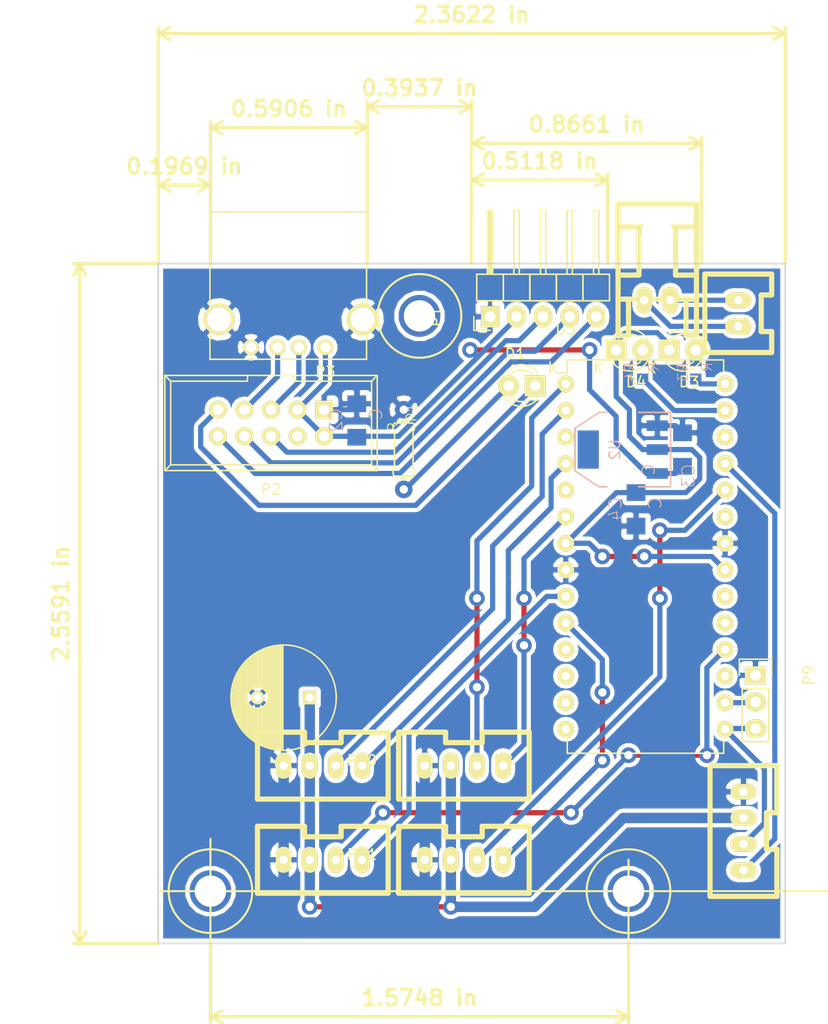
<source format=kicad_pcb>
(kicad_pcb (version 4) (host pcbnew 4.0.2-stable)

  (general
    (links 59)
    (no_connects 0)
    (area -15.499999 -24.85 64.100001 74.700001)
    (thickness 1.6)
    (drawings 18)
    (tracks 236)
    (zones 0)
    (modules 23)
    (nets 29)
  )

  (page A4)
  (layers
    (0 F.Cu signal)
    (31 B.Cu signal)
    (32 B.Adhes user)
    (33 F.Adhes user)
    (34 B.Paste user)
    (35 F.Paste user)
    (36 B.SilkS user)
    (37 F.SilkS user)
    (38 B.Mask user)
    (39 F.Mask user)
    (40 Dwgs.User user)
    (41 Cmts.User user)
    (42 Eco1.User user)
    (43 Eco2.User user)
    (44 Edge.Cuts user)
    (45 Margin user)
    (46 B.CrtYd user)
    (47 F.CrtYd user)
    (48 B.Fab user)
    (49 F.Fab user)
  )

  (setup
    (last_trace_width 0.25)
    (user_trace_width 0.5)
    (user_trace_width 1)
    (trace_clearance 0.2)
    (zone_clearance 0.4)
    (zone_45_only no)
    (trace_min 0.2)
    (segment_width 0.2)
    (edge_width 0.15)
    (via_size 0.6)
    (via_drill 0.4)
    (via_min_size 0.4)
    (via_min_drill 0.3)
    (user_via 1.5 0.8)
    (user_via 4 3)
    (uvia_size 0.3)
    (uvia_drill 0.1)
    (uvias_allowed no)
    (uvia_min_size 0.2)
    (uvia_min_drill 0.1)
    (pcb_text_width 0.3)
    (pcb_text_size 1.5 1.5)
    (mod_edge_width 0.15)
    (mod_text_size 1 1)
    (mod_text_width 0.15)
    (pad_size 1.524 1.524)
    (pad_drill 0.762)
    (pad_to_mask_clearance 0.2)
    (aux_axis_origin 0 0)
    (visible_elements 7FFFFFFF)
    (pcbplotparams
      (layerselection 0x01000_80000000)
      (usegerberextensions false)
      (gerberprecision 5)
      (excludeedgelayer true)
      (linewidth 0.100000)
      (plotframeref false)
      (viasonmask false)
      (mode 1)
      (useauxorigin false)
      (hpglpennumber 1)
      (hpglpenspeed 20)
      (hpglpendiameter 15)
      (hpglpenoverlay 2)
      (psnegative false)
      (psa4output false)
      (plotreference true)
      (plotvalue true)
      (plotinvisibletext false)
      (padsonsilk false)
      (subtractmaskfromsilk false)
      (outputformat 1)
      (mirror false)
      (drillshape 0)
      (scaleselection 1)
      (outputdirectory ""))
  )

  (net 0 "")
  (net 1 GND)
  (net 2 +5V)
  (net 3 +3.3V)
  (net 4 "Net-(D1-Pad1)")
  (net 5 "Net-(D1-Pad2)")
  (net 6 1114_RX)
  (net 7 SIGN_3)
  (net 8 PWM_3)
  (net 9 SIGN_0)
  (net 10 PWM_0)
  (net 11 SIGN_1)
  (net 12 PWM_1)
  (net 13 PWM_2)
  (net 14 SIGN_2)
  (net 15 "Net-(P2-Pad7)")
  (net 16 EN)
  (net 17 "Net-(P2-Pad5)")
  (net 18 "Net-(P1-Pad4)")
  (net 19 "Net-(P1-Pad3)")
  (net 20 1114_TX)
  (net 21 "Net-(P1-Pad5)")
  (net 22 "Net-(P4-Pad2)")
  (net 23 "Net-(P4-Pad1)")
  (net 24 LED_1)
  (net 25 LED_2)
  (net 26 5V_reray)
  (net 27 "Net-(D3-Pad2)")
  (net 28 "Net-(D4-Pad2)")

  (net_class Default "これは標準のネット クラスです。"
    (clearance 0.2)
    (trace_width 0.25)
    (via_dia 0.6)
    (via_drill 0.4)
    (uvia_dia 0.3)
    (uvia_drill 0.1)
    (add_net +3.3V)
    (add_net +5V)
    (add_net 1114_RX)
    (add_net 1114_TX)
    (add_net 5V_reray)
    (add_net EN)
    (add_net GND)
    (add_net LED_1)
    (add_net LED_2)
    (add_net "Net-(D1-Pad1)")
    (add_net "Net-(D1-Pad2)")
    (add_net "Net-(D3-Pad2)")
    (add_net "Net-(D4-Pad2)")
    (add_net "Net-(P1-Pad3)")
    (add_net "Net-(P1-Pad4)")
    (add_net "Net-(P1-Pad5)")
    (add_net "Net-(P2-Pad5)")
    (add_net "Net-(P2-Pad7)")
    (add_net "Net-(P4-Pad1)")
    (add_net "Net-(P4-Pad2)")
    (add_net PWM_0)
    (add_net PWM_1)
    (add_net PWM_2)
    (add_net PWM_3)
    (add_net SIGN_0)
    (add_net SIGN_1)
    (add_net SIGN_2)
    (add_net SIGN_3)
  )

  (module Housings_DIP:DIP-28_W15.24mm (layer F.Cu) (tedit 54130A77) (tstamp 57067F18)
    (at 39 11.5)
    (descr "28-lead dip package, row spacing 15.24 mm (600 mils)")
    (tags "dil dip 2.54 600")
    (path /5703B877)
    (fp_text reference U3 (at 0 -5.22) (layer F.SilkS)
      (effects (font (size 1 1) (thickness 0.15)))
    )
    (fp_text value LPC1114FN28 (at 0 -3.72) (layer F.Fab)
      (effects (font (size 1 1) (thickness 0.15)))
    )
    (fp_line (start -1.05 -2.45) (end -1.05 35.5) (layer F.CrtYd) (width 0.05))
    (fp_line (start 16.3 -2.45) (end 16.3 35.5) (layer F.CrtYd) (width 0.05))
    (fp_line (start -1.05 -2.45) (end 16.3 -2.45) (layer F.CrtYd) (width 0.05))
    (fp_line (start -1.05 35.5) (end 16.3 35.5) (layer F.CrtYd) (width 0.05))
    (fp_line (start 0.135 -2.295) (end 0.135 -1.025) (layer F.SilkS) (width 0.15))
    (fp_line (start 15.105 -2.295) (end 15.105 -1.025) (layer F.SilkS) (width 0.15))
    (fp_line (start 15.105 35.315) (end 15.105 34.045) (layer F.SilkS) (width 0.15))
    (fp_line (start 0.135 35.315) (end 0.135 34.045) (layer F.SilkS) (width 0.15))
    (fp_line (start 0.135 -2.295) (end 15.105 -2.295) (layer F.SilkS) (width 0.15))
    (fp_line (start 0.135 35.315) (end 15.105 35.315) (layer F.SilkS) (width 0.15))
    (fp_line (start 0.135 -1.025) (end -0.8 -1.025) (layer F.SilkS) (width 0.15))
    (pad 1 thru_hole oval (at 0 0) (size 1.6 1.6) (drill 0.8) (layers *.Cu *.Mask F.SilkS)
      (net 10 PWM_0))
    (pad 2 thru_hole oval (at 0 2.54) (size 1.6 1.6) (drill 0.8) (layers *.Cu *.Mask F.SilkS)
      (net 12 PWM_1))
    (pad 3 thru_hole oval (at 0 5.08) (size 1.6 1.6) (drill 0.8) (layers *.Cu *.Mask F.SilkS))
    (pad 4 thru_hole oval (at 0 7.62) (size 1.6 1.6) (drill 0.8) (layers *.Cu *.Mask F.SilkS)
      (net 11 SIGN_1))
    (pad 5 thru_hole oval (at 0 10.16) (size 1.6 1.6) (drill 0.8) (layers *.Cu *.Mask F.SilkS))
    (pad 6 thru_hole oval (at 0 12.7) (size 1.6 1.6) (drill 0.8) (layers *.Cu *.Mask F.SilkS)
      (net 9 SIGN_0))
    (pad 7 thru_hole oval (at 0 15.24) (size 1.6 1.6) (drill 0.8) (layers *.Cu *.Mask F.SilkS)
      (net 3 +3.3V))
    (pad 8 thru_hole oval (at 0 17.78) (size 1.6 1.6) (drill 0.8) (layers *.Cu *.Mask F.SilkS)
      (net 1 GND))
    (pad 9 thru_hole oval (at 0 20.32) (size 1.6 1.6) (drill 0.8) (layers *.Cu *.Mask F.SilkS)
      (net 14 SIGN_2))
    (pad 10 thru_hole oval (at 0 22.86) (size 1.6 1.6) (drill 0.8) (layers *.Cu *.Mask F.SilkS)
      (net 7 SIGN_3))
    (pad 11 thru_hole oval (at 0 25.4) (size 1.6 1.6) (drill 0.8) (layers *.Cu *.Mask F.SilkS))
    (pad 12 thru_hole oval (at 0 27.94) (size 1.6 1.6) (drill 0.8) (layers *.Cu *.Mask F.SilkS))
    (pad 13 thru_hole oval (at 0 30.48) (size 1.6 1.6) (drill 0.8) (layers *.Cu *.Mask F.SilkS))
    (pad 14 thru_hole oval (at 0 33.02) (size 1.6 1.6) (drill 0.8) (layers *.Cu *.Mask F.SilkS))
    (pad 15 thru_hole oval (at 15.24 33.02) (size 1.6 1.6) (drill 0.8) (layers *.Cu *.Mask F.SilkS)
      (net 6 1114_RX))
    (pad 16 thru_hole oval (at 15.24 30.48) (size 1.6 1.6) (drill 0.8) (layers *.Cu *.Mask F.SilkS)
      (net 20 1114_TX))
    (pad 17 thru_hole oval (at 15.24 27.94) (size 1.6 1.6) (drill 0.8) (layers *.Cu *.Mask F.SilkS))
    (pad 18 thru_hole oval (at 15.24 25.4) (size 1.6 1.6) (drill 0.8) (layers *.Cu *.Mask F.SilkS)
      (net 13 PWM_2))
    (pad 19 thru_hole oval (at 15.24 22.86) (size 1.6 1.6) (drill 0.8) (layers *.Cu *.Mask F.SilkS))
    (pad 20 thru_hole oval (at 15.24 20.32) (size 1.6 1.6) (drill 0.8) (layers *.Cu *.Mask F.SilkS))
    (pad 21 thru_hole oval (at 15.24 17.78) (size 1.6 1.6) (drill 0.8) (layers *.Cu *.Mask F.SilkS)
      (net 3 +3.3V))
    (pad 22 thru_hole oval (at 15.24 15.24) (size 1.6 1.6) (drill 0.8) (layers *.Cu *.Mask F.SilkS)
      (net 1 GND))
    (pad 23 thru_hole oval (at 15.24 12.7) (size 1.6 1.6) (drill 0.8) (layers *.Cu *.Mask F.SilkS))
    (pad 24 thru_hole oval (at 15.24 10.16) (size 1.6 1.6) (drill 0.8) (layers *.Cu *.Mask F.SilkS)
      (net 8 PWM_3))
    (pad 25 thru_hole oval (at 15.24 7.62) (size 1.6 1.6) (drill 0.8) (layers *.Cu *.Mask F.SilkS)
      (net 16 EN))
    (pad 26 thru_hole oval (at 15.24 5.08) (size 1.6 1.6) (drill 0.8) (layers *.Cu *.Mask F.SilkS))
    (pad 27 thru_hole oval (at 15.24 2.54) (size 1.6 1.6) (drill 0.8) (layers *.Cu *.Mask F.SilkS)
      (net 24 LED_1))
    (pad 28 thru_hole oval (at 15.24 0) (size 1.6 1.6) (drill 0.8) (layers *.Cu *.Mask F.SilkS)
      (net 25 LED_2))
    (model Housings_DIP.3dshapes/DIP-28_W15.24mm.wrl
      (at (xyz 0 0 0))
      (scale (xyz 1 1 1))
      (rotate (xyz 0 0 0))
    )
  )

  (module RP_KiCAD_Libs:0204_2f7 (layer F.Cu) (tedit 0) (tstamp 57067EE8)
    (at 23.495 17.78 270)
    (descr "<b>RESISTOR</b><p>\ntype 0204, grid 7.5 mm")
    (path /5703A2A3)
    (fp_text reference R1 (at -2.54 -1.2954 270) (layer F.SilkS)
      (effects (font (size 0.94107 0.94107) (thickness 0.09906)) (justify left bottom))
    )
    (fp_text value R (at -1.6256 0.4826 270) (layer F.SilkS)
      (effects (font (size 0.94107 0.94107) (thickness 0.09906)) (justify left bottom))
    )
    (fp_line (start 3.81 0) (end 2.921 0) (layer Dwgs.User) (width 0.508))
    (fp_line (start -3.81 0) (end -2.921 0) (layer Dwgs.User) (width 0.508))
    (fp_arc (start -2.286 -0.762) (end -2.54 -0.762) (angle 90) (layer F.SilkS) (width 0.1524))
    (fp_arc (start -2.286 0.762) (end -2.54 0.762) (angle -90) (layer F.SilkS) (width 0.1524))
    (fp_arc (start 2.286 0.762) (end 2.286 1.016) (angle -90) (layer F.SilkS) (width 0.1524))
    (fp_arc (start 2.286 -0.762) (end 2.286 -1.016) (angle 90) (layer F.SilkS) (width 0.1524))
    (fp_line (start -2.54 0.762) (end -2.54 -0.762) (layer F.SilkS) (width 0.1524))
    (fp_line (start -2.286 -1.016) (end -1.905 -1.016) (layer F.SilkS) (width 0.1524))
    (fp_line (start -1.778 -0.889) (end -1.905 -1.016) (layer F.SilkS) (width 0.1524))
    (fp_line (start -2.286 1.016) (end -1.905 1.016) (layer F.SilkS) (width 0.1524))
    (fp_line (start -1.778 0.889) (end -1.905 1.016) (layer F.SilkS) (width 0.1524))
    (fp_line (start 1.778 -0.889) (end 1.905 -1.016) (layer F.SilkS) (width 0.1524))
    (fp_line (start 1.778 -0.889) (end -1.778 -0.889) (layer F.SilkS) (width 0.1524))
    (fp_line (start 1.778 0.889) (end 1.905 1.016) (layer F.SilkS) (width 0.1524))
    (fp_line (start 1.778 0.889) (end -1.778 0.889) (layer F.SilkS) (width 0.1524))
    (fp_line (start 2.286 -1.016) (end 1.905 -1.016) (layer F.SilkS) (width 0.1524))
    (fp_line (start 2.286 1.016) (end 1.905 1.016) (layer F.SilkS) (width 0.1524))
    (fp_line (start 2.54 0.762) (end 2.54 -0.762) (layer F.SilkS) (width 0.1524))
    (fp_poly (pts (xy 2.54 0.254) (xy 2.921 0.254) (xy 2.921 -0.254) (xy 2.54 -0.254)) (layer F.SilkS) (width 0))
    (fp_poly (pts (xy -2.921 0.254) (xy -2.54 0.254) (xy -2.54 -0.254) (xy -2.921 -0.254)) (layer F.SilkS) (width 0))
    (pad 1 thru_hole circle (at -3.81 0 270) (size 1.6764 1.6764) (drill 0.8) (layers *.Cu *.Mask)
      (net 1 GND))
    (pad 2 thru_hole circle (at 3.81 0 270) (size 1.6764 1.6764) (drill 0.8) (layers *.Cu *.Mask)
      (net 5 "Net-(D1-Pad2)"))
    (model discret/resistors/horizontal/r_h_820R.wrl
      (at (xyz 0 0 0))
      (scale (xyz 0.3 0.3 0.3))
      (rotate (xyz 0 0 0))
    )
  )

  (module RP_KiCAD_Connector:XA_4T (layer F.Cu) (tedit 57047150) (tstamp 57067EBB)
    (at 56 58 90)
    (path /570640F9)
    (fp_text reference P6 (at 0 0.5 90) (layer F.SilkS)
      (effects (font (size 1 1) (thickness 0.15)))
    )
    (fp_text value CONN_01X04 (at 0 -0.5 90) (layer F.Fab)
      (effects (font (size 1 1) (thickness 0.15)))
    )
    (fp_line (start -2.5 3.2) (end 2 3.2) (layer F.SilkS) (width 0.5))
    (fp_line (start 2 3.2) (end 2 2.2) (layer F.SilkS) (width 0.5))
    (fp_line (start 2 2.2) (end 5.5 2.2) (layer F.SilkS) (width 0.5))
    (fp_line (start 5.5 2.2) (end 5.5 3.2) (layer F.SilkS) (width 0.5))
    (fp_line (start 5.5 3.2) (end 10 3.2) (layer F.SilkS) (width 0.5))
    (fp_line (start 10 -3.2) (end -2.5 -3.2) (layer F.SilkS) (width 0.5))
    (fp_line (start 10 3.2) (end 10 -3.2) (layer F.SilkS) (width 0.5))
    (fp_line (start -2.5 -3.2) (end -2.5 3.2) (layer F.SilkS) (width 0.5))
    (pad 4 thru_hole oval (at 0 0 90) (size 1.5 2.5) (drill 0.8) (layers *.Cu *.Mask F.SilkS)
      (net 16 EN))
    (pad 3 thru_hole oval (at 2.5 0 90) (size 1.5 2.5) (drill 0.8) (layers *.Cu *.Mask F.SilkS)
      (net 6 1114_RX))
    (pad 2 thru_hole oval (at 5 0 90) (size 1.5 2.5) (drill 0.8) (layers *.Cu *.Mask F.SilkS)
      (net 26 5V_reray))
    (pad 1 thru_hole oval (at 7.5 0 90) (size 1.5 2.5) (drill 0.8) (layers *.Cu *.Mask F.SilkS)
      (net 1 GND))
    (model conn_XA/XA_4T.wrl
      (at (xyz 0.15 0 0))
      (scale (xyz 3.95 3.95 3.95))
      (rotate (xyz -90 0 0))
    )
  )

  (module RP_KiCAD_Connector:XA_4T (layer F.Cu) (tedit 57047150) (tstamp 57067EDA)
    (at 19.5 48 180)
    (path /570483B7)
    (fp_text reference P10 (at 0 0.5 180) (layer F.SilkS)
      (effects (font (size 1 1) (thickness 0.15)))
    )
    (fp_text value CONN_01X04 (at 0 -0.5 180) (layer F.Fab)
      (effects (font (size 1 1) (thickness 0.15)))
    )
    (fp_line (start -2.5 3.2) (end 2 3.2) (layer F.SilkS) (width 0.5))
    (fp_line (start 2 3.2) (end 2 2.2) (layer F.SilkS) (width 0.5))
    (fp_line (start 2 2.2) (end 5.5 2.2) (layer F.SilkS) (width 0.5))
    (fp_line (start 5.5 2.2) (end 5.5 3.2) (layer F.SilkS) (width 0.5))
    (fp_line (start 5.5 3.2) (end 10 3.2) (layer F.SilkS) (width 0.5))
    (fp_line (start 10 -3.2) (end -2.5 -3.2) (layer F.SilkS) (width 0.5))
    (fp_line (start 10 3.2) (end 10 -3.2) (layer F.SilkS) (width 0.5))
    (fp_line (start -2.5 -3.2) (end -2.5 3.2) (layer F.SilkS) (width 0.5))
    (pad 4 thru_hole oval (at 0 0 180) (size 1.5 2.5) (drill 0.8) (layers *.Cu *.Mask F.SilkS)
      (net 11 SIGN_1))
    (pad 3 thru_hole oval (at 2.5 0 180) (size 1.5 2.5) (drill 0.8) (layers *.Cu *.Mask F.SilkS)
      (net 12 PWM_1))
    (pad 2 thru_hole oval (at 5 0 180) (size 1.5 2.5) (drill 0.8) (layers *.Cu *.Mask F.SilkS)
      (net 26 5V_reray))
    (pad 1 thru_hole oval (at 7.5 0 180) (size 1.5 2.5) (drill 0.8) (layers *.Cu *.Mask F.SilkS)
      (net 1 GND))
    (model conn_XA/XA_4T.wrl
      (at (xyz 0.15 0 0))
      (scale (xyz 3.95 3.95 3.95))
      (rotate (xyz -90 0 0))
    )
  )

  (module Connect:IDC_Header_Straight_10pins (layer F.Cu) (tedit 0) (tstamp 570CBDFB)
    (at 15.875 13.97 180)
    (descr "10 pins through hole IDC header")
    (tags "IDC header socket VASCH")
    (path /5703AE83)
    (fp_text reference P2 (at 5.08 -7.62 180) (layer F.SilkS)
      (effects (font (size 1 1) (thickness 0.15)))
    )
    (fp_text value CONN_02X05 (at 5.08 5.223 180) (layer F.Fab)
      (effects (font (size 1 1) (thickness 0.15)))
    )
    (fp_line (start -5.08 -5.82) (end 15.24 -5.82) (layer F.SilkS) (width 0.15))
    (fp_line (start -4.54 -5.27) (end 14.68 -5.27) (layer F.SilkS) (width 0.15))
    (fp_line (start -5.08 3.28) (end 15.24 3.28) (layer F.SilkS) (width 0.15))
    (fp_line (start -4.54 2.73) (end 2.83 2.73) (layer F.SilkS) (width 0.15))
    (fp_line (start 7.33 2.73) (end 14.68 2.73) (layer F.SilkS) (width 0.15))
    (fp_line (start 2.83 2.73) (end 2.83 3.28) (layer F.SilkS) (width 0.15))
    (fp_line (start 7.33 2.73) (end 7.33 3.28) (layer F.SilkS) (width 0.15))
    (fp_line (start -5.08 -5.82) (end -5.08 3.28) (layer F.SilkS) (width 0.15))
    (fp_line (start -4.54 -5.27) (end -4.54 2.73) (layer F.SilkS) (width 0.15))
    (fp_line (start 15.24 -5.82) (end 15.24 3.28) (layer F.SilkS) (width 0.15))
    (fp_line (start 14.68 -5.27) (end 14.68 2.73) (layer F.SilkS) (width 0.15))
    (fp_line (start -5.08 -5.82) (end -4.54 -5.27) (layer F.SilkS) (width 0.15))
    (fp_line (start 15.24 -5.82) (end 14.68 -5.27) (layer F.SilkS) (width 0.15))
    (fp_line (start -5.08 3.28) (end -4.54 2.73) (layer F.SilkS) (width 0.15))
    (fp_line (start 15.24 3.28) (end 14.68 2.73) (layer F.SilkS) (width 0.15))
    (fp_line (start -5.35 -6.05) (end 15.5 -6.05) (layer F.CrtYd) (width 0.05))
    (fp_line (start 15.5 -6.05) (end 15.5 3.55) (layer F.CrtYd) (width 0.05))
    (fp_line (start 15.5 3.55) (end -5.35 3.55) (layer F.CrtYd) (width 0.05))
    (fp_line (start -5.35 3.55) (end -5.35 -6.05) (layer F.CrtYd) (width 0.05))
    (pad 1 thru_hole rect (at 0 0 180) (size 1.7272 1.7272) (drill 1.016) (layers *.Cu *.Mask F.SilkS)
      (net 1 GND))
    (pad 2 thru_hole oval (at 0 -2.54 180) (size 1.7272 1.7272) (drill 1.016) (layers *.Cu *.Mask F.SilkS)
      (net 2 +5V))
    (pad 3 thru_hole oval (at 2.54 0 180) (size 1.7272 1.7272) (drill 1.016) (layers *.Cu *.Mask F.SilkS)
      (net 2 +5V))
    (pad 4 thru_hole oval (at 2.54 -2.54 180) (size 1.7272 1.7272) (drill 1.016) (layers *.Cu *.Mask F.SilkS))
    (pad 5 thru_hole oval (at 5.08 0 180) (size 1.7272 1.7272) (drill 1.016) (layers *.Cu *.Mask F.SilkS)
      (net 17 "Net-(P2-Pad5)"))
    (pad 6 thru_hole oval (at 5.08 -2.54 180) (size 1.7272 1.7272) (drill 1.016) (layers *.Cu *.Mask F.SilkS)
      (net 19 "Net-(P1-Pad3)"))
    (pad 7 thru_hole oval (at 7.62 0 180) (size 1.7272 1.7272) (drill 1.016) (layers *.Cu *.Mask F.SilkS)
      (net 15 "Net-(P2-Pad7)"))
    (pad 8 thru_hole oval (at 7.62 -2.54 180) (size 1.7272 1.7272) (drill 1.016) (layers *.Cu *.Mask F.SilkS)
      (net 18 "Net-(P1-Pad4)"))
    (pad 9 thru_hole oval (at 10.16 0 180) (size 1.7272 1.7272) (drill 1.016) (layers *.Cu *.Mask F.SilkS)
      (net 4 "Net-(D1-Pad1)"))
    (pad 10 thru_hole oval (at 10.16 -2.54 180) (size 1.7272 1.7272) (drill 1.016) (layers *.Cu *.Mask F.SilkS)
      (net 21 "Net-(P1-Pad5)"))
    (model connectors/header_sockets/header_5x2.wrl
      (at (xyz 0.2 0.05 0))
      (scale (xyz 1 1 1))
      (rotate (xyz 0 0 0))
    )
  )

  (module RP_KiCAD_Libs:C3216 (layer B.Cu) (tedit 0) (tstamp 57067E67)
    (at 50.165 17.78 90)
    (descr <b>CAPACITOR</b>)
    (path /57046625)
    (fp_text reference C3 (at -1.27 1.27 90) (layer B.SilkS)
      (effects (font (size 1.2065 1.2065) (thickness 0.1016)) (justify left bottom mirror))
    )
    (fp_text value C (at -1.27 -2.54 90) (layer B.SilkS)
      (effects (font (size 1.2065 1.2065) (thickness 0.1016)) (justify left bottom mirror))
    )
    (fp_line (start -0.965 0.787) (end 0.965 0.787) (layer Dwgs.User) (width 0.1016))
    (fp_line (start -0.965 -0.787) (end 0.965 -0.787) (layer Dwgs.User) (width 0.1016))
    (fp_poly (pts (xy -1.7018 -0.8509) (xy -0.9517 -0.8509) (xy -0.9517 0.8491) (xy -1.7018 0.8491)) (layer Dwgs.User) (width 0))
    (fp_poly (pts (xy 0.9517 -0.8491) (xy 1.7018 -0.8491) (xy 1.7018 0.8509) (xy 0.9517 0.8509)) (layer Dwgs.User) (width 0))
    (fp_poly (pts (xy -0.3 -0.5001) (xy 0.3 -0.5001) (xy 0.3 0.5001) (xy -0.3 0.5001)) (layer B.Adhes) (width 0))
    (pad 1 smd rect (at -1.6 0 90) (size 1.6 1.8) (layers B.Cu B.Paste B.Mask)
      (net 2 +5V))
    (pad 2 smd rect (at 1.6 0 90) (size 1.6 1.8) (layers B.Cu B.Paste B.Mask)
      (net 1 GND))
    (model Resistors_SMD.3dshapes/R_1206.wrl
      (at (xyz 0 0 0))
      (scale (xyz 1 1 1))
      (rotate (xyz 0 0 0))
    )
  )

  (module RP_KiCAD_Libs:C3216 (layer B.Cu) (tedit 0) (tstamp 57067E6D)
    (at 45.72 23.495 270)
    (descr <b>CAPACITOR</b>)
    (path /5704650C)
    (fp_text reference C4 (at -1.27 1.27 270) (layer B.SilkS)
      (effects (font (size 1.2065 1.2065) (thickness 0.1016)) (justify left bottom mirror))
    )
    (fp_text value C (at -1.27 -2.54 270) (layer B.SilkS)
      (effects (font (size 1.2065 1.2065) (thickness 0.1016)) (justify left bottom mirror))
    )
    (fp_line (start -0.965 0.787) (end 0.965 0.787) (layer Dwgs.User) (width 0.1016))
    (fp_line (start -0.965 -0.787) (end 0.965 -0.787) (layer Dwgs.User) (width 0.1016))
    (fp_poly (pts (xy -1.7018 -0.8509) (xy -0.9517 -0.8509) (xy -0.9517 0.8491) (xy -1.7018 0.8491)) (layer Dwgs.User) (width 0))
    (fp_poly (pts (xy 0.9517 -0.8491) (xy 1.7018 -0.8491) (xy 1.7018 0.8509) (xy 0.9517 0.8509)) (layer Dwgs.User) (width 0))
    (fp_poly (pts (xy -0.3 -0.5001) (xy 0.3 -0.5001) (xy 0.3 0.5001) (xy -0.3 0.5001)) (layer B.Adhes) (width 0))
    (pad 1 smd rect (at -1.6 0 270) (size 1.6 1.8) (layers B.Cu B.Paste B.Mask)
      (net 3 +3.3V))
    (pad 2 smd rect (at 1.6 0 270) (size 1.6 1.8) (layers B.Cu B.Paste B.Mask)
      (net 1 GND))
    (model Resistors_SMD.3dshapes/R_1206.wrl
      (at (xyz 0 0 0))
      (scale (xyz 1 1 1))
      (rotate (xyz 0 0 0))
    )
  )

  (module LEDs:LED-3MM (layer F.Cu) (tedit 559B82F6) (tstamp 57067E73)
    (at 36.068 11.684 180)
    (descr "LED 3mm round vertical")
    (tags "LED  3mm round vertical")
    (path /5703A260)
    (fp_text reference D1 (at 1.91 3.06 180) (layer F.SilkS)
      (effects (font (size 1 1) (thickness 0.15)))
    )
    (fp_text value LED (at 1.3 -2.9 180) (layer F.Fab)
      (effects (font (size 1 1) (thickness 0.15)))
    )
    (fp_line (start -1.2 2.3) (end 3.8 2.3) (layer F.CrtYd) (width 0.05))
    (fp_line (start 3.8 2.3) (end 3.8 -2.2) (layer F.CrtYd) (width 0.05))
    (fp_line (start 3.8 -2.2) (end -1.2 -2.2) (layer F.CrtYd) (width 0.05))
    (fp_line (start -1.2 -2.2) (end -1.2 2.3) (layer F.CrtYd) (width 0.05))
    (fp_line (start -0.199 1.314) (end -0.199 1.114) (layer F.SilkS) (width 0.15))
    (fp_line (start -0.199 -1.28) (end -0.199 -1.1) (layer F.SilkS) (width 0.15))
    (fp_arc (start 1.301 0.034) (end -0.199 -1.286) (angle 108.5) (layer F.SilkS) (width 0.15))
    (fp_arc (start 1.301 0.034) (end 0.25 -1.1) (angle 85.7) (layer F.SilkS) (width 0.15))
    (fp_arc (start 1.311 0.034) (end 3.051 0.994) (angle 110) (layer F.SilkS) (width 0.15))
    (fp_arc (start 1.301 0.034) (end 2.335 1.094) (angle 87.5) (layer F.SilkS) (width 0.15))
    (fp_text user K (at -1.69 1.74 180) (layer F.SilkS)
      (effects (font (size 1 1) (thickness 0.15)))
    )
    (pad 1 thru_hole rect (at 0 0 270) (size 2 2) (drill 1.00076) (layers *.Cu *.Mask F.SilkS)
      (net 4 "Net-(D1-Pad1)"))
    (pad 2 thru_hole circle (at 2.54 0 180) (size 2 2) (drill 1.00076) (layers *.Cu *.Mask F.SilkS)
      (net 5 "Net-(D1-Pad2)"))
    (model LEDs.3dshapes/LED-3MM.wrl
      (at (xyz 0.05 0 0))
      (scale (xyz 1 1 1))
      (rotate (xyz 0 0 90))
    )
  )

  (module Connect:USB_A (layer F.Cu) (tedit 5543E289) (tstamp 57067E99)
    (at 16 8 180)
    (descr "USB A connector")
    (tags "USB USB_A")
    (path /57039D70)
    (fp_text reference P3 (at 0 -2.35 180) (layer F.SilkS)
      (effects (font (size 1 1) (thickness 0.15)))
    )
    (fp_text value USB_A (at 3.83794 7.43458 180) (layer F.Fab)
      (effects (font (size 1 1) (thickness 0.15)))
    )
    (fp_line (start -5.3 13.2) (end -5.3 -1.4) (layer F.CrtYd) (width 0.05))
    (fp_line (start 11.95 -1.4) (end 11.95 13.2) (layer F.CrtYd) (width 0.05))
    (fp_line (start -5.3 13.2) (end 11.95 13.2) (layer F.CrtYd) (width 0.05))
    (fp_line (start -5.3 -1.4) (end 11.95 -1.4) (layer F.CrtYd) (width 0.05))
    (fp_line (start 11.04986 -1.14512) (end 11.04986 12.95188) (layer F.SilkS) (width 0.15))
    (fp_line (start -3.93614 12.95188) (end -3.93614 -1.14512) (layer F.SilkS) (width 0.15))
    (fp_line (start 11.04986 -1.14512) (end -3.93614 -1.14512) (layer F.SilkS) (width 0.15))
    (fp_line (start 11.04986 12.95188) (end -3.93614 12.95188) (layer F.SilkS) (width 0.15))
    (pad 4 thru_hole circle (at 7.11286 -0.00212 90) (size 1.50114 1.50114) (drill 1.00076) (layers *.Cu *.Mask F.SilkS)
      (net 1 GND))
    (pad 3 thru_hole circle (at 4.57286 -0.00212 90) (size 1.50114 1.50114) (drill 1.00076) (layers *.Cu *.Mask F.SilkS)
      (net 15 "Net-(P2-Pad7)"))
    (pad 2 thru_hole circle (at 2.54086 -0.00212 90) (size 1.50114 1.50114) (drill 1.00076) (layers *.Cu *.Mask F.SilkS)
      (net 17 "Net-(P2-Pad5)"))
    (pad 1 thru_hole circle (at 0.00086 -0.00212 90) (size 1.50114 1.50114) (drill 1.00076) (layers *.Cu *.Mask F.SilkS)
      (net 2 +5V))
    (pad 5 thru_hole circle (at 10.16086 2.66488 90) (size 2.99974 2.99974) (drill 2.30124) (layers *.Cu *.Mask F.SilkS)
      (net 1 GND))
    (pad 5 thru_hole circle (at -3.55514 2.66488 90) (size 2.99974 2.99974) (drill 2.30124) (layers *.Cu *.Mask F.SilkS)
      (net 1 GND))
    (model Connect.3dshapes/USB_A.wrl
      (at (xyz 0.14 0 0))
      (scale (xyz 1 1 1))
      (rotate (xyz 0 0 90))
    )
  )

  (module RP_KiCAD_Connector:XA_4T (layer F.Cu) (tedit 57047150) (tstamp 57067EC3)
    (at 33 57 180)
    (path /57049664)
    (fp_text reference P7 (at 0 0.5 180) (layer F.SilkS)
      (effects (font (size 1 1) (thickness 0.15)))
    )
    (fp_text value CONN_01X04 (at 0 -0.5 180) (layer F.Fab)
      (effects (font (size 1 1) (thickness 0.15)))
    )
    (fp_line (start -2.5 3.2) (end 2 3.2) (layer F.SilkS) (width 0.5))
    (fp_line (start 2 3.2) (end 2 2.2) (layer F.SilkS) (width 0.5))
    (fp_line (start 2 2.2) (end 5.5 2.2) (layer F.SilkS) (width 0.5))
    (fp_line (start 5.5 2.2) (end 5.5 3.2) (layer F.SilkS) (width 0.5))
    (fp_line (start 5.5 3.2) (end 10 3.2) (layer F.SilkS) (width 0.5))
    (fp_line (start 10 -3.2) (end -2.5 -3.2) (layer F.SilkS) (width 0.5))
    (fp_line (start 10 3.2) (end 10 -3.2) (layer F.SilkS) (width 0.5))
    (fp_line (start -2.5 -3.2) (end -2.5 3.2) (layer F.SilkS) (width 0.5))
    (pad 4 thru_hole oval (at 0 0 180) (size 1.5 2.5) (drill 0.8) (layers *.Cu *.Mask F.SilkS)
      (net 7 SIGN_3))
    (pad 3 thru_hole oval (at 2.5 0 180) (size 1.5 2.5) (drill 0.8) (layers *.Cu *.Mask F.SilkS)
      (net 8 PWM_3))
    (pad 2 thru_hole oval (at 5 0 180) (size 1.5 2.5) (drill 0.8) (layers *.Cu *.Mask F.SilkS)
      (net 26 5V_reray))
    (pad 1 thru_hole oval (at 7.5 0 180) (size 1.5 2.5) (drill 0.8) (layers *.Cu *.Mask F.SilkS)
      (net 1 GND))
    (model conn_XA/XA_4T.wrl
      (at (xyz 0.15 0 0))
      (scale (xyz 3.95 3.95 3.95))
      (rotate (xyz -90 0 0))
    )
  )

  (module RP_KiCAD_Connector:XA_4T (layer F.Cu) (tedit 57047150) (tstamp 57067ECB)
    (at 33 48 180)
    (path /570484C4)
    (fp_text reference P8 (at 0 0.5 180) (layer F.SilkS)
      (effects (font (size 1 1) (thickness 0.15)))
    )
    (fp_text value CONN_01X04 (at 0 -0.5 180) (layer F.Fab)
      (effects (font (size 1 1) (thickness 0.15)))
    )
    (fp_line (start -2.5 3.2) (end 2 3.2) (layer F.SilkS) (width 0.5))
    (fp_line (start 2 3.2) (end 2 2.2) (layer F.SilkS) (width 0.5))
    (fp_line (start 2 2.2) (end 5.5 2.2) (layer F.SilkS) (width 0.5))
    (fp_line (start 5.5 2.2) (end 5.5 3.2) (layer F.SilkS) (width 0.5))
    (fp_line (start 5.5 3.2) (end 10 3.2) (layer F.SilkS) (width 0.5))
    (fp_line (start 10 -3.2) (end -2.5 -3.2) (layer F.SilkS) (width 0.5))
    (fp_line (start 10 3.2) (end 10 -3.2) (layer F.SilkS) (width 0.5))
    (fp_line (start -2.5 -3.2) (end -2.5 3.2) (layer F.SilkS) (width 0.5))
    (pad 4 thru_hole oval (at 0 0 180) (size 1.5 2.5) (drill 0.8) (layers *.Cu *.Mask F.SilkS)
      (net 9 SIGN_0))
    (pad 3 thru_hole oval (at 2.5 0 180) (size 1.5 2.5) (drill 0.8) (layers *.Cu *.Mask F.SilkS)
      (net 10 PWM_0))
    (pad 2 thru_hole oval (at 5 0 180) (size 1.5 2.5) (drill 0.8) (layers *.Cu *.Mask F.SilkS)
      (net 26 5V_reray))
    (pad 1 thru_hole oval (at 7.5 0 180) (size 1.5 2.5) (drill 0.8) (layers *.Cu *.Mask F.SilkS)
      (net 1 GND))
    (model conn_XA/XA_4T.wrl
      (at (xyz 0.15 0 0))
      (scale (xyz 3.95 3.95 3.95))
      (rotate (xyz -90 0 0))
    )
  )

  (module RP_KiCAD_Connector:XA_4T (layer F.Cu) (tedit 57047150) (tstamp 57067EE2)
    (at 19.5 57 180)
    (path /57047EC1)
    (fp_text reference P11 (at 0 0.5 180) (layer F.SilkS)
      (effects (font (size 1 1) (thickness 0.15)))
    )
    (fp_text value CONN_01X04 (at 0 -0.5 180) (layer F.Fab)
      (effects (font (size 1 1) (thickness 0.15)))
    )
    (fp_line (start -2.5 3.2) (end 2 3.2) (layer F.SilkS) (width 0.5))
    (fp_line (start 2 3.2) (end 2 2.2) (layer F.SilkS) (width 0.5))
    (fp_line (start 2 2.2) (end 5.5 2.2) (layer F.SilkS) (width 0.5))
    (fp_line (start 5.5 2.2) (end 5.5 3.2) (layer F.SilkS) (width 0.5))
    (fp_line (start 5.5 3.2) (end 10 3.2) (layer F.SilkS) (width 0.5))
    (fp_line (start 10 -3.2) (end -2.5 -3.2) (layer F.SilkS) (width 0.5))
    (fp_line (start 10 3.2) (end 10 -3.2) (layer F.SilkS) (width 0.5))
    (fp_line (start -2.5 -3.2) (end -2.5 3.2) (layer F.SilkS) (width 0.5))
    (pad 4 thru_hole oval (at 0 0 180) (size 1.5 2.5) (drill 0.8) (layers *.Cu *.Mask F.SilkS)
      (net 14 SIGN_2))
    (pad 3 thru_hole oval (at 2.5 0 180) (size 1.5 2.5) (drill 0.8) (layers *.Cu *.Mask F.SilkS)
      (net 13 PWM_2))
    (pad 2 thru_hole oval (at 5 0 180) (size 1.5 2.5) (drill 0.8) (layers *.Cu *.Mask F.SilkS)
      (net 26 5V_reray))
    (pad 1 thru_hole oval (at 7.5 0 180) (size 1.5 2.5) (drill 0.8) (layers *.Cu *.Mask F.SilkS)
      (net 1 GND))
    (model conn_XA/XA_4T.wrl
      (at (xyz 0.15 0 0))
      (scale (xyz 3.95 3.95 3.95))
      (rotate (xyz -90 0 0))
    )
  )

  (module TO_SOT_Packages_SMD:SOT-223 (layer B.Cu) (tedit 0) (tstamp 57067EF8)
    (at 44.45 17.78 270)
    (descr "module CMS SOT223 4 pins")
    (tags "CMS SOT")
    (path /570459A0)
    (attr smd)
    (fp_text reference U2 (at 0 0.762 270) (layer B.SilkS)
      (effects (font (size 1 1) (thickness 0.15)) (justify mirror))
    )
    (fp_text value LM1084IT-3.3/NOPB (at 0 -0.762 270) (layer B.Fab)
      (effects (font (size 1 1) (thickness 0.15)) (justify mirror))
    )
    (fp_line (start -3.556 -1.524) (end -3.556 -4.572) (layer B.SilkS) (width 0.15))
    (fp_line (start -3.556 -4.572) (end 3.556 -4.572) (layer B.SilkS) (width 0.15))
    (fp_line (start 3.556 -4.572) (end 3.556 -1.524) (layer B.SilkS) (width 0.15))
    (fp_line (start -3.556 1.524) (end -3.556 2.286) (layer B.SilkS) (width 0.15))
    (fp_line (start -3.556 2.286) (end -2.032 4.572) (layer B.SilkS) (width 0.15))
    (fp_line (start -2.032 4.572) (end 2.032 4.572) (layer B.SilkS) (width 0.15))
    (fp_line (start 2.032 4.572) (end 3.556 2.286) (layer B.SilkS) (width 0.15))
    (fp_line (start 3.556 2.286) (end 3.556 1.524) (layer B.SilkS) (width 0.15))
    (pad 4 smd rect (at 0 3.302 270) (size 3.6576 2.032) (layers B.Cu B.Paste B.Mask))
    (pad 2 smd rect (at 0 -3.302 270) (size 1.016 2.032) (layers B.Cu B.Paste B.Mask)
      (net 3 +3.3V))
    (pad 3 smd rect (at 2.286 -3.302 270) (size 1.016 2.032) (layers B.Cu B.Paste B.Mask)
      (net 2 +5V))
    (pad 1 smd rect (at -2.286 -3.302 270) (size 1.016 2.032) (layers B.Cu B.Paste B.Mask)
      (net 1 GND))
    (model TO_SOT_Packages_SMD.3dshapes/SOT-223.wrl
      (at (xyz 0 0 0))
      (scale (xyz 0.4 0.4 0.4))
      (rotate (xyz 0 0 0))
    )
  )

  (module Pin_Headers:Pin_Header_Angled_1x05 (layer F.Cu) (tedit 0) (tstamp 57474351)
    (at 31.75 5.08 90)
    (descr "Through hole pin header")
    (tags "pin header")
    (path /5721CB3F)
    (fp_text reference P1 (at 0 -5.1 90) (layer F.SilkS)
      (effects (font (size 1 1) (thickness 0.15)))
    )
    (fp_text value CONN_01X05 (at 0 -3.1 90) (layer F.Fab)
      (effects (font (size 1 1) (thickness 0.15)))
    )
    (fp_line (start -1.5 -1.75) (end -1.5 11.95) (layer F.CrtYd) (width 0.05))
    (fp_line (start 10.65 -1.75) (end 10.65 11.95) (layer F.CrtYd) (width 0.05))
    (fp_line (start -1.5 -1.75) (end 10.65 -1.75) (layer F.CrtYd) (width 0.05))
    (fp_line (start -1.5 11.95) (end 10.65 11.95) (layer F.CrtYd) (width 0.05))
    (fp_line (start -1.3 -1.55) (end -1.3 0) (layer F.SilkS) (width 0.15))
    (fp_line (start 0 -1.55) (end -1.3 -1.55) (layer F.SilkS) (width 0.15))
    (fp_line (start 4.191 -0.127) (end 10.033 -0.127) (layer F.SilkS) (width 0.15))
    (fp_line (start 10.033 -0.127) (end 10.033 0.127) (layer F.SilkS) (width 0.15))
    (fp_line (start 10.033 0.127) (end 4.191 0.127) (layer F.SilkS) (width 0.15))
    (fp_line (start 4.191 0.127) (end 4.191 0) (layer F.SilkS) (width 0.15))
    (fp_line (start 4.191 0) (end 10.033 0) (layer F.SilkS) (width 0.15))
    (fp_line (start 1.524 -0.254) (end 1.143 -0.254) (layer F.SilkS) (width 0.15))
    (fp_line (start 1.524 0.254) (end 1.143 0.254) (layer F.SilkS) (width 0.15))
    (fp_line (start 1.524 2.286) (end 1.143 2.286) (layer F.SilkS) (width 0.15))
    (fp_line (start 1.524 2.794) (end 1.143 2.794) (layer F.SilkS) (width 0.15))
    (fp_line (start 1.524 4.826) (end 1.143 4.826) (layer F.SilkS) (width 0.15))
    (fp_line (start 1.524 5.334) (end 1.143 5.334) (layer F.SilkS) (width 0.15))
    (fp_line (start 1.524 7.366) (end 1.143 7.366) (layer F.SilkS) (width 0.15))
    (fp_line (start 1.524 7.874) (end 1.143 7.874) (layer F.SilkS) (width 0.15))
    (fp_line (start 1.524 10.414) (end 1.143 10.414) (layer F.SilkS) (width 0.15))
    (fp_line (start 1.524 9.906) (end 1.143 9.906) (layer F.SilkS) (width 0.15))
    (fp_line (start 4.064 1.27) (end 4.064 -1.27) (layer F.SilkS) (width 0.15))
    (fp_line (start 10.16 0.254) (end 4.064 0.254) (layer F.SilkS) (width 0.15))
    (fp_line (start 10.16 -0.254) (end 10.16 0.254) (layer F.SilkS) (width 0.15))
    (fp_line (start 4.064 -0.254) (end 10.16 -0.254) (layer F.SilkS) (width 0.15))
    (fp_line (start 1.524 1.27) (end 4.064 1.27) (layer F.SilkS) (width 0.15))
    (fp_line (start 1.524 -1.27) (end 1.524 1.27) (layer F.SilkS) (width 0.15))
    (fp_line (start 1.524 -1.27) (end 4.064 -1.27) (layer F.SilkS) (width 0.15))
    (fp_line (start 1.524 3.81) (end 4.064 3.81) (layer F.SilkS) (width 0.15))
    (fp_line (start 1.524 3.81) (end 1.524 6.35) (layer F.SilkS) (width 0.15))
    (fp_line (start 1.524 6.35) (end 4.064 6.35) (layer F.SilkS) (width 0.15))
    (fp_line (start 4.064 4.826) (end 10.16 4.826) (layer F.SilkS) (width 0.15))
    (fp_line (start 10.16 4.826) (end 10.16 5.334) (layer F.SilkS) (width 0.15))
    (fp_line (start 10.16 5.334) (end 4.064 5.334) (layer F.SilkS) (width 0.15))
    (fp_line (start 4.064 6.35) (end 4.064 3.81) (layer F.SilkS) (width 0.15))
    (fp_line (start 4.064 3.81) (end 4.064 1.27) (layer F.SilkS) (width 0.15))
    (fp_line (start 10.16 2.794) (end 4.064 2.794) (layer F.SilkS) (width 0.15))
    (fp_line (start 10.16 2.286) (end 10.16 2.794) (layer F.SilkS) (width 0.15))
    (fp_line (start 4.064 2.286) (end 10.16 2.286) (layer F.SilkS) (width 0.15))
    (fp_line (start 1.524 3.81) (end 4.064 3.81) (layer F.SilkS) (width 0.15))
    (fp_line (start 1.524 1.27) (end 1.524 3.81) (layer F.SilkS) (width 0.15))
    (fp_line (start 1.524 1.27) (end 4.064 1.27) (layer F.SilkS) (width 0.15))
    (fp_line (start 1.524 8.89) (end 4.064 8.89) (layer F.SilkS) (width 0.15))
    (fp_line (start 1.524 8.89) (end 1.524 11.43) (layer F.SilkS) (width 0.15))
    (fp_line (start 1.524 11.43) (end 4.064 11.43) (layer F.SilkS) (width 0.15))
    (fp_line (start 4.064 9.906) (end 10.16 9.906) (layer F.SilkS) (width 0.15))
    (fp_line (start 10.16 9.906) (end 10.16 10.414) (layer F.SilkS) (width 0.15))
    (fp_line (start 10.16 10.414) (end 4.064 10.414) (layer F.SilkS) (width 0.15))
    (fp_line (start 4.064 11.43) (end 4.064 8.89) (layer F.SilkS) (width 0.15))
    (fp_line (start 4.064 8.89) (end 4.064 6.35) (layer F.SilkS) (width 0.15))
    (fp_line (start 10.16 7.874) (end 4.064 7.874) (layer F.SilkS) (width 0.15))
    (fp_line (start 10.16 7.366) (end 10.16 7.874) (layer F.SilkS) (width 0.15))
    (fp_line (start 4.064 7.366) (end 10.16 7.366) (layer F.SilkS) (width 0.15))
    (fp_line (start 1.524 8.89) (end 4.064 8.89) (layer F.SilkS) (width 0.15))
    (fp_line (start 1.524 6.35) (end 1.524 8.89) (layer F.SilkS) (width 0.15))
    (fp_line (start 1.524 6.35) (end 4.064 6.35) (layer F.SilkS) (width 0.15))
    (pad 1 thru_hole rect (at 0 0 90) (size 2.032 1.7272) (drill 1.016) (layers *.Cu *.Mask F.SilkS)
      (net 1 GND))
    (pad 2 thru_hole oval (at 0 2.54 90) (size 2.032 1.7272) (drill 1.016) (layers *.Cu *.Mask F.SilkS)
      (net 2 +5V))
    (pad 3 thru_hole oval (at 0 5.08 90) (size 2.032 1.7272) (drill 1.016) (layers *.Cu *.Mask F.SilkS)
      (net 19 "Net-(P1-Pad3)"))
    (pad 4 thru_hole oval (at 0 7.62 90) (size 2.032 1.7272) (drill 1.016) (layers *.Cu *.Mask F.SilkS)
      (net 18 "Net-(P1-Pad4)"))
    (pad 5 thru_hole oval (at 0 10.16 90) (size 2.032 1.7272) (drill 1.016) (layers *.Cu *.Mask F.SilkS)
      (net 21 "Net-(P1-Pad5)"))
    (model Pin_Headers.3dshapes/Pin_Header_Angled_1x05.wrl
      (at (xyz 0 -0.2 0))
      (scale (xyz 1 1 1))
      (rotate (xyz 0 0 90))
    )
  )

  (module RP_KiCAD_Connector:XA_2T (layer F.Cu) (tedit 570470CE) (tstamp 57474420)
    (at 55.5 6 90)
    (path /5747465C)
    (fp_text reference P4 (at 0 0.5 90) (layer F.SilkS)
      (effects (font (size 1 1) (thickness 0.15)))
    )
    (fp_text value CONN_01X02 (at 0 -0.5 90) (layer F.Fab)
      (effects (font (size 1 1) (thickness 0.15)))
    )
    (fp_line (start -2.5 3.2) (end -0.5 3.2) (layer F.SilkS) (width 0.5))
    (fp_line (start -0.5 3.2) (end -0.5 2.2) (layer F.SilkS) (width 0.5))
    (fp_line (start -0.5 2.2) (end 3 2.2) (layer F.SilkS) (width 0.5))
    (fp_line (start 3 2.2) (end 3 3.2) (layer F.SilkS) (width 0.5))
    (fp_line (start 3 3.2) (end 5 3.2) (layer F.SilkS) (width 0.5))
    (fp_line (start -2.5 -3.2) (end -2.5 3.2) (layer F.SilkS) (width 0.5))
    (fp_line (start 5 3.2) (end 5 -3.2) (layer F.SilkS) (width 0.5))
    (fp_line (start 5 -3.2) (end -2.5 -3.2) (layer F.SilkS) (width 0.5))
    (pad 2 thru_hole oval (at 0 0 90) (size 1.5 2.5) (drill 0.8) (layers *.Cu *.Mask F.SilkS)
      (net 22 "Net-(P4-Pad2)"))
    (pad 1 thru_hole oval (at 2.5 0 90) (size 1.5 2.5) (drill 0.8) (layers *.Cu *.Mask F.SilkS)
      (net 23 "Net-(P4-Pad1)"))
    (model conn_XA/XA_2T.wrl
      (at (xyz 0.05 0 0))
      (scale (xyz 4 4 4))
      (rotate (xyz -90 0 0))
    )
  )

  (module RP_KiCAD_Connector:XA_2S (layer F.Cu) (tedit 56B5841B) (tstamp 57474427)
    (at 49 3.5 180)
    (path /57474623)
    (fp_text reference P5 (at 0 0.5 180) (layer F.SilkS)
      (effects (font (size 1 1) (thickness 0.15)))
    )
    (fp_text value CONN_01X02 (at 0 -0.5 180) (layer F.Fab)
      (effects (font (size 1 1) (thickness 0.15)))
    )
    (fp_line (start -1.5 -3.4) (end -2.5 -3.4) (layer F.SilkS) (width 0.5))
    (fp_line (start 5 -3.4) (end 4 -3.4) (layer F.SilkS) (width 0.5))
    (fp_line (start 4 -3.4) (end 4 0.1) (layer F.SilkS) (width 0.5))
    (fp_line (start -1.5 -3.4) (end -1.5 0.1) (layer F.SilkS) (width 0.5))
    (fp_line (start 3 2.4) (end 5 2.4) (layer F.SilkS) (width 0.5))
    (fp_line (start -0.5 2.4) (end -2.5 2.4) (layer F.SilkS) (width 0.5))
    (fp_line (start 3 2.4) (end 3 7) (layer F.SilkS) (width 0.5))
    (fp_line (start -0.5 2.4) (end -0.5 7) (layer F.SilkS) (width 0.5))
    (fp_line (start -2.5 0.1) (end 5 0.1) (layer F.SilkS) (width 0.5))
    (fp_line (start -2.5 7) (end 5 7) (layer F.SilkS) (width 0.5))
    (fp_line (start -2.5 9.2) (end 5 9.2) (layer F.SilkS) (width 0.5))
    (fp_line (start 5 -3.4) (end 5 9.2) (layer F.SilkS) (width 0.5))
    (fp_line (start -2.5 -3.4) (end -2.5 9.2) (layer F.SilkS) (width 0.5))
    (pad 1 thru_hole oval (at 0 0 180) (size 1.5 2.5) (drill 0.8) (layers *.Cu *.Mask F.SilkS)
      (net 23 "Net-(P4-Pad1)"))
    (pad 2 thru_hole oval (at 2.5 0 180) (size 1.5 2.5) (drill 0.8) (layers *.Cu *.Mask F.SilkS)
      (net 22 "Net-(P4-Pad2)"))
    (pad "" np_thru_hole oval (at 1.25 6.5 180) (size 3 2.5) (drill oval 3 2.5) (layers *.Cu *.Mask F.SilkS))
    (model conn_XA/XA_2S.wrl
      (at (xyz 0.05 -0.2 0))
      (scale (xyz 4 4 4))
      (rotate (xyz 0 0 180))
    )
  )

  (module Socket_Strips:Socket_Strip_Straight_1x03 (layer F.Cu) (tedit 54E9F429) (tstamp 574746CF)
    (at 57.15 39.37 270)
    (descr "Through hole socket strip")
    (tags "socket strip")
    (path /570574EB)
    (fp_text reference P9 (at 0 -5.1 270) (layer F.SilkS)
      (effects (font (size 1 1) (thickness 0.15)))
    )
    (fp_text value CONN_01X03 (at 0 -3.1 270) (layer F.Fab)
      (effects (font (size 1 1) (thickness 0.15)))
    )
    (fp_line (start 0 -1.55) (end -1.55 -1.55) (layer F.SilkS) (width 0.15))
    (fp_line (start -1.55 -1.55) (end -1.55 1.55) (layer F.SilkS) (width 0.15))
    (fp_line (start -1.55 1.55) (end 0 1.55) (layer F.SilkS) (width 0.15))
    (fp_line (start -1.75 -1.75) (end -1.75 1.75) (layer F.CrtYd) (width 0.05))
    (fp_line (start 6.85 -1.75) (end 6.85 1.75) (layer F.CrtYd) (width 0.05))
    (fp_line (start -1.75 -1.75) (end 6.85 -1.75) (layer F.CrtYd) (width 0.05))
    (fp_line (start -1.75 1.75) (end 6.85 1.75) (layer F.CrtYd) (width 0.05))
    (fp_line (start 1.27 -1.27) (end 6.35 -1.27) (layer F.SilkS) (width 0.15))
    (fp_line (start 6.35 -1.27) (end 6.35 1.27) (layer F.SilkS) (width 0.15))
    (fp_line (start 6.35 1.27) (end 1.27 1.27) (layer F.SilkS) (width 0.15))
    (fp_line (start 1.27 1.27) (end 1.27 -1.27) (layer F.SilkS) (width 0.15))
    (pad 1 thru_hole rect (at 0 0 270) (size 1.7272 2.032) (drill 1.016) (layers *.Cu *.Mask F.SilkS)
      (net 1 GND))
    (pad 2 thru_hole oval (at 2.54 0 270) (size 1.7272 2.032) (drill 1.016) (layers *.Cu *.Mask F.SilkS)
      (net 20 1114_TX))
    (pad 3 thru_hole oval (at 5.08 0 270) (size 1.7272 2.032) (drill 1.016) (layers *.Cu *.Mask F.SilkS)
      (net 6 1114_RX))
    (model Socket_Strips.3dshapes/Socket_Strip_Straight_1x03.wrl
      (at (xyz 0.1 0 0))
      (scale (xyz 1 1 1))
      (rotate (xyz 0 0 180))
    )
  )

  (module LEDs:LED-3MM (layer F.Cu) (tedit 559B82F6) (tstamp 57496D4F)
    (at 48.895 8.255)
    (descr "LED 3mm round vertical")
    (tags "LED  3mm round vertical")
    (path /574972BD)
    (fp_text reference D3 (at 1.91 3.06) (layer F.SilkS)
      (effects (font (size 1 1) (thickness 0.15)))
    )
    (fp_text value LED (at 1.3 -2.9) (layer F.Fab)
      (effects (font (size 1 1) (thickness 0.15)))
    )
    (fp_line (start -1.2 2.3) (end 3.8 2.3) (layer F.CrtYd) (width 0.05))
    (fp_line (start 3.8 2.3) (end 3.8 -2.2) (layer F.CrtYd) (width 0.05))
    (fp_line (start 3.8 -2.2) (end -1.2 -2.2) (layer F.CrtYd) (width 0.05))
    (fp_line (start -1.2 -2.2) (end -1.2 2.3) (layer F.CrtYd) (width 0.05))
    (fp_line (start -0.199 1.314) (end -0.199 1.114) (layer F.SilkS) (width 0.15))
    (fp_line (start -0.199 -1.28) (end -0.199 -1.1) (layer F.SilkS) (width 0.15))
    (fp_arc (start 1.301 0.034) (end -0.199 -1.286) (angle 108.5) (layer F.SilkS) (width 0.15))
    (fp_arc (start 1.301 0.034) (end 0.25 -1.1) (angle 85.7) (layer F.SilkS) (width 0.15))
    (fp_arc (start 1.311 0.034) (end 3.051 0.994) (angle 110) (layer F.SilkS) (width 0.15))
    (fp_arc (start 1.301 0.034) (end 2.335 1.094) (angle 87.5) (layer F.SilkS) (width 0.15))
    (fp_text user K (at -1.69 1.74) (layer F.SilkS)
      (effects (font (size 1 1) (thickness 0.15)))
    )
    (pad 1 thru_hole rect (at 0 0 90) (size 2 2) (drill 1.00076) (layers *.Cu *.Mask F.SilkS)
      (net 3 +3.3V))
    (pad 2 thru_hole circle (at 2.54 0) (size 2 2) (drill 1.00076) (layers *.Cu *.Mask F.SilkS)
      (net 27 "Net-(D3-Pad2)"))
    (model LEDs.3dshapes/LED-3MM.wrl
      (at (xyz 0.05 0 0))
      (scale (xyz 1 1 1))
      (rotate (xyz 0 0 90))
    )
  )

  (module LEDs:LED-3MM (layer F.Cu) (tedit 559B82F6) (tstamp 57496D55)
    (at 43.815 8.255)
    (descr "LED 3mm round vertical")
    (tags "LED  3mm round vertical")
    (path /5749722F)
    (fp_text reference D4 (at 1.91 3.06) (layer F.SilkS)
      (effects (font (size 1 1) (thickness 0.15)))
    )
    (fp_text value LED (at 1.3 -2.9) (layer F.Fab)
      (effects (font (size 1 1) (thickness 0.15)))
    )
    (fp_line (start -1.2 2.3) (end 3.8 2.3) (layer F.CrtYd) (width 0.05))
    (fp_line (start 3.8 2.3) (end 3.8 -2.2) (layer F.CrtYd) (width 0.05))
    (fp_line (start 3.8 -2.2) (end -1.2 -2.2) (layer F.CrtYd) (width 0.05))
    (fp_line (start -1.2 -2.2) (end -1.2 2.3) (layer F.CrtYd) (width 0.05))
    (fp_line (start -0.199 1.314) (end -0.199 1.114) (layer F.SilkS) (width 0.15))
    (fp_line (start -0.199 -1.28) (end -0.199 -1.1) (layer F.SilkS) (width 0.15))
    (fp_arc (start 1.301 0.034) (end -0.199 -1.286) (angle 108.5) (layer F.SilkS) (width 0.15))
    (fp_arc (start 1.301 0.034) (end 0.25 -1.1) (angle 85.7) (layer F.SilkS) (width 0.15))
    (fp_arc (start 1.311 0.034) (end 3.051 0.994) (angle 110) (layer F.SilkS) (width 0.15))
    (fp_arc (start 1.301 0.034) (end 2.335 1.094) (angle 87.5) (layer F.SilkS) (width 0.15))
    (fp_text user K (at -1.69 1.74) (layer F.SilkS)
      (effects (font (size 1 1) (thickness 0.15)))
    )
    (pad 1 thru_hole rect (at 0 0 90) (size 2 2) (drill 1.00076) (layers *.Cu *.Mask F.SilkS)
      (net 3 +3.3V))
    (pad 2 thru_hole circle (at 2.54 0) (size 2 2) (drill 1.00076) (layers *.Cu *.Mask F.SilkS)
      (net 28 "Net-(D4-Pad2)"))
    (model LEDs.3dshapes/LED-3MM.wrl
      (at (xyz 0.05 0 0))
      (scale (xyz 1 1 1))
      (rotate (xyz 0 0 90))
    )
  )

  (module RP_KiCAD_Libs:C0603K (layer B.Cu) (tedit 0) (tstamp 57496D5B)
    (at 51.435 10.16 270)
    (descr "<b>Ceramic Chip Capacitor KEMET 0603 reflow solder</b><p>\nMetric Code Size 1608")
    (path /574972C3)
    (fp_text reference R3 (at -0.8 0.65 270) (layer B.SilkS)
      (effects (font (size 0.9652 0.9652) (thickness 0.08128)) (justify left bottom mirror))
    )
    (fp_text value R (at -0.8 -1.65 270) (layer B.SilkS)
      (effects (font (size 0.9652 0.9652) (thickness 0.08128)) (justify left bottom mirror))
    )
    (fp_line (start -0.725 0.35) (end 0.725 0.35) (layer Dwgs.User) (width 0.1016))
    (fp_line (start 0.725 -0.35) (end -0.725 -0.35) (layer Dwgs.User) (width 0.1016))
    (fp_poly (pts (xy -0.8 -0.4) (xy -0.45 -0.4) (xy -0.45 0.4) (xy -0.8 0.4)) (layer Dwgs.User) (width 0))
    (fp_poly (pts (xy 0.45 -0.4) (xy 0.8 -0.4) (xy 0.8 0.4) (xy 0.45 0.4)) (layer Dwgs.User) (width 0))
    (pad 1 smd rect (at -0.875 0 270) (size 1.05 1.08) (layers B.Cu B.Paste B.Mask)
      (net 27 "Net-(D3-Pad2)"))
    (pad 2 smd rect (at 0.875 0 270) (size 1.05 1.08) (layers B.Cu B.Paste B.Mask)
      (net 25 LED_2))
    (model Resistors_SMD.3dshapes/R_0603.wrl
      (at (xyz 0 0 0))
      (scale (xyz 1 1 1))
      (rotate (xyz 0 0 0))
    )
  )

  (module RP_KiCAD_Libs:C0603K (layer B.Cu) (tedit 0) (tstamp 57496D61)
    (at 46.355 10.16 270)
    (descr "<b>Ceramic Chip Capacitor KEMET 0603 reflow solder</b><p>\nMetric Code Size 1608")
    (path /57497235)
    (fp_text reference R4 (at -0.8 0.65 270) (layer B.SilkS)
      (effects (font (size 0.9652 0.9652) (thickness 0.08128)) (justify left bottom mirror))
    )
    (fp_text value R (at -0.8 -1.65 270) (layer B.SilkS)
      (effects (font (size 0.9652 0.9652) (thickness 0.08128)) (justify left bottom mirror))
    )
    (fp_line (start -0.725 0.35) (end 0.725 0.35) (layer Dwgs.User) (width 0.1016))
    (fp_line (start 0.725 -0.35) (end -0.725 -0.35) (layer Dwgs.User) (width 0.1016))
    (fp_poly (pts (xy -0.8 -0.4) (xy -0.45 -0.4) (xy -0.45 0.4) (xy -0.8 0.4)) (layer Dwgs.User) (width 0))
    (fp_poly (pts (xy 0.45 -0.4) (xy 0.8 -0.4) (xy 0.8 0.4) (xy 0.45 0.4)) (layer Dwgs.User) (width 0))
    (pad 1 smd rect (at -0.875 0 270) (size 1.05 1.08) (layers B.Cu B.Paste B.Mask)
      (net 28 "Net-(D4-Pad2)"))
    (pad 2 smd rect (at 0.875 0 270) (size 1.05 1.08) (layers B.Cu B.Paste B.Mask)
      (net 24 LED_1))
    (model Resistors_SMD.3dshapes/R_0603.wrl
      (at (xyz 0 0 0))
      (scale (xyz 1 1 1))
      (rotate (xyz 0 0 0))
    )
  )

  (module Capacitors_ThroughHole:C_Radial_D10_L13_P5 (layer F.Cu) (tedit 0) (tstamp 57691A42)
    (at 14.5 41.5 180)
    (descr "Radial Electrolytic Capacitor Diameter 10mm x Length 13mm, Pitch 5mm")
    (tags "Electrolytic Capacitor")
    (path /57692053)
    (fp_text reference C1 (at 2.5 -6.3 180) (layer F.SilkS)
      (effects (font (size 1 1) (thickness 0.15)))
    )
    (fp_text value C (at 2.5 6.3 180) (layer F.Fab)
      (effects (font (size 1 1) (thickness 0.15)))
    )
    (fp_line (start 2.575 -4.999) (end 2.575 4.999) (layer F.SilkS) (width 0.15))
    (fp_line (start 2.715 -4.995) (end 2.715 4.995) (layer F.SilkS) (width 0.15))
    (fp_line (start 2.855 -4.987) (end 2.855 4.987) (layer F.SilkS) (width 0.15))
    (fp_line (start 2.995 -4.975) (end 2.995 4.975) (layer F.SilkS) (width 0.15))
    (fp_line (start 3.135 -4.96) (end 3.135 4.96) (layer F.SilkS) (width 0.15))
    (fp_line (start 3.275 -4.94) (end 3.275 4.94) (layer F.SilkS) (width 0.15))
    (fp_line (start 3.415 -4.916) (end 3.415 4.916) (layer F.SilkS) (width 0.15))
    (fp_line (start 3.555 -4.887) (end 3.555 4.887) (layer F.SilkS) (width 0.15))
    (fp_line (start 3.695 -4.855) (end 3.695 4.855) (layer F.SilkS) (width 0.15))
    (fp_line (start 3.835 -4.818) (end 3.835 4.818) (layer F.SilkS) (width 0.15))
    (fp_line (start 3.975 -4.777) (end 3.975 4.777) (layer F.SilkS) (width 0.15))
    (fp_line (start 4.115 -4.732) (end 4.115 -0.466) (layer F.SilkS) (width 0.15))
    (fp_line (start 4.115 0.466) (end 4.115 4.732) (layer F.SilkS) (width 0.15))
    (fp_line (start 4.255 -4.682) (end 4.255 -0.667) (layer F.SilkS) (width 0.15))
    (fp_line (start 4.255 0.667) (end 4.255 4.682) (layer F.SilkS) (width 0.15))
    (fp_line (start 4.395 -4.627) (end 4.395 -0.796) (layer F.SilkS) (width 0.15))
    (fp_line (start 4.395 0.796) (end 4.395 4.627) (layer F.SilkS) (width 0.15))
    (fp_line (start 4.535 -4.567) (end 4.535 -0.885) (layer F.SilkS) (width 0.15))
    (fp_line (start 4.535 0.885) (end 4.535 4.567) (layer F.SilkS) (width 0.15))
    (fp_line (start 4.675 -4.502) (end 4.675 -0.946) (layer F.SilkS) (width 0.15))
    (fp_line (start 4.675 0.946) (end 4.675 4.502) (layer F.SilkS) (width 0.15))
    (fp_line (start 4.815 -4.432) (end 4.815 -0.983) (layer F.SilkS) (width 0.15))
    (fp_line (start 4.815 0.983) (end 4.815 4.432) (layer F.SilkS) (width 0.15))
    (fp_line (start 4.955 -4.356) (end 4.955 -0.999) (layer F.SilkS) (width 0.15))
    (fp_line (start 4.955 0.999) (end 4.955 4.356) (layer F.SilkS) (width 0.15))
    (fp_line (start 5.095 -4.274) (end 5.095 -0.995) (layer F.SilkS) (width 0.15))
    (fp_line (start 5.095 0.995) (end 5.095 4.274) (layer F.SilkS) (width 0.15))
    (fp_line (start 5.235 -4.186) (end 5.235 -0.972) (layer F.SilkS) (width 0.15))
    (fp_line (start 5.235 0.972) (end 5.235 4.186) (layer F.SilkS) (width 0.15))
    (fp_line (start 5.375 -4.091) (end 5.375 -0.927) (layer F.SilkS) (width 0.15))
    (fp_line (start 5.375 0.927) (end 5.375 4.091) (layer F.SilkS) (width 0.15))
    (fp_line (start 5.515 -3.989) (end 5.515 -0.857) (layer F.SilkS) (width 0.15))
    (fp_line (start 5.515 0.857) (end 5.515 3.989) (layer F.SilkS) (width 0.15))
    (fp_line (start 5.655 -3.879) (end 5.655 -0.756) (layer F.SilkS) (width 0.15))
    (fp_line (start 5.655 0.756) (end 5.655 3.879) (layer F.SilkS) (width 0.15))
    (fp_line (start 5.795 -3.761) (end 5.795 -0.607) (layer F.SilkS) (width 0.15))
    (fp_line (start 5.795 0.607) (end 5.795 3.761) (layer F.SilkS) (width 0.15))
    (fp_line (start 5.935 -3.633) (end 5.935 -0.355) (layer F.SilkS) (width 0.15))
    (fp_line (start 5.935 0.355) (end 5.935 3.633) (layer F.SilkS) (width 0.15))
    (fp_line (start 6.075 -3.496) (end 6.075 3.496) (layer F.SilkS) (width 0.15))
    (fp_line (start 6.215 -3.346) (end 6.215 3.346) (layer F.SilkS) (width 0.15))
    (fp_line (start 6.355 -3.184) (end 6.355 3.184) (layer F.SilkS) (width 0.15))
    (fp_line (start 6.495 -3.007) (end 6.495 3.007) (layer F.SilkS) (width 0.15))
    (fp_line (start 6.635 -2.811) (end 6.635 2.811) (layer F.SilkS) (width 0.15))
    (fp_line (start 6.775 -2.593) (end 6.775 2.593) (layer F.SilkS) (width 0.15))
    (fp_line (start 6.915 -2.347) (end 6.915 2.347) (layer F.SilkS) (width 0.15))
    (fp_line (start 7.055 -2.062) (end 7.055 2.062) (layer F.SilkS) (width 0.15))
    (fp_line (start 7.195 -1.72) (end 7.195 1.72) (layer F.SilkS) (width 0.15))
    (fp_line (start 7.335 -1.274) (end 7.335 1.274) (layer F.SilkS) (width 0.15))
    (fp_line (start 7.475 -0.499) (end 7.475 0.499) (layer F.SilkS) (width 0.15))
    (fp_circle (center 5 0) (end 5 -1) (layer F.SilkS) (width 0.15))
    (fp_circle (center 2.5 0) (end 2.5 -5.0375) (layer F.SilkS) (width 0.15))
    (fp_circle (center 2.5 0) (end 2.5 -5.3) (layer F.CrtYd) (width 0.05))
    (pad 1 thru_hole rect (at 0 0 180) (size 1.3 1.3) (drill 0.8) (layers *.Cu *.Mask F.SilkS)
      (net 26 5V_reray))
    (pad 2 thru_hole circle (at 5 0 180) (size 1.3 1.3) (drill 0.8) (layers *.Cu *.Mask F.SilkS)
      (net 1 GND))
    (model Capacitors_ThroughHole.3dshapes/C_Radial_D10_L13_P5.wrl
      (at (xyz 0.0984252 0 0))
      (scale (xyz 1 1 1))
      (rotate (xyz 0 0 90))
    )
  )

  (module RP_KiCAD_Libs:C3216 (layer B.Cu) (tedit 0) (tstamp 57708281)
    (at 19 15 270)
    (descr <b>CAPACITOR</b>)
    (path /57708FAF)
    (fp_text reference C2 (at -1.27 1.27 270) (layer B.SilkS)
      (effects (font (size 1.2065 1.2065) (thickness 0.1016)) (justify left bottom mirror))
    )
    (fp_text value C (at -1.27 -2.54 270) (layer B.SilkS)
      (effects (font (size 1.2065 1.2065) (thickness 0.1016)) (justify left bottom mirror))
    )
    (fp_line (start -0.965 0.787) (end 0.965 0.787) (layer Dwgs.User) (width 0.1016))
    (fp_line (start -0.965 -0.787) (end 0.965 -0.787) (layer Dwgs.User) (width 0.1016))
    (fp_poly (pts (xy -1.7018 -0.8509) (xy -0.9517 -0.8509) (xy -0.9517 0.8491) (xy -1.7018 0.8491)) (layer Dwgs.User) (width 0))
    (fp_poly (pts (xy 0.9517 -0.8491) (xy 1.7018 -0.8491) (xy 1.7018 0.8509) (xy 0.9517 0.8509)) (layer Dwgs.User) (width 0))
    (fp_poly (pts (xy -0.3 -0.5001) (xy 0.3 -0.5001) (xy 0.3 0.5001) (xy -0.3 0.5001)) (layer B.Adhes) (width 0))
    (pad 1 smd rect (at -1.6 0 270) (size 1.6 1.8) (layers B.Cu B.Paste B.Mask)
      (net 1 GND))
    (pad 2 smd rect (at 1.6 0 270) (size 1.6 1.8) (layers B.Cu B.Paste B.Mask)
      (net 2 +5V))
    (model Resistors_SMD.3dshapes/R_1206.wrl
      (at (xyz 0 0 0))
      (scale (xyz 1 1 1))
      (rotate (xyz 0 0 0))
    )
  )

  (dimension 13 (width 0.3) (layer F.SilkS)
    (gr_text "13.000 mm" (at 36.5 -9.35) (layer F.SilkS)
      (effects (font (size 1.5 1.5) (thickness 0.3)))
    )
    (feature1 (pts (xy 43 0) (xy 43 -10.7)))
    (feature2 (pts (xy 30 0) (xy 30 -10.7)))
    (crossbar (pts (xy 30 -8) (xy 43 -8)))
    (arrow1a (pts (xy 43 -8) (xy 41.873496 -7.413579)))
    (arrow1b (pts (xy 43 -8) (xy 41.873496 -8.586421)))
    (arrow2a (pts (xy 30 -8) (xy 31.126504 -7.413579)))
    (arrow2b (pts (xy 30 -8) (xy 31.126504 -8.586421)))
  )
  (dimension 22 (width 0.3) (layer F.SilkS)
    (gr_text "22.000 mm" (at 41 -12.85) (layer F.SilkS)
      (effects (font (size 1.5 1.5) (thickness 0.3)))
    )
    (feature1 (pts (xy 52 0) (xy 52 -14.2)))
    (feature2 (pts (xy 30 0) (xy 30 -14.2)))
    (crossbar (pts (xy 30 -11.5) (xy 52 -11.5)))
    (arrow1a (pts (xy 52 -11.5) (xy 50.873496 -10.913579)))
    (arrow1b (pts (xy 52 -11.5) (xy 50.873496 -12.086421)))
    (arrow2a (pts (xy 30 -11.5) (xy 31.126504 -10.913579)))
    (arrow2b (pts (xy 30 -11.5) (xy 31.126504 -12.086421)))
  )
  (dimension 10 (width 0.3) (layer F.SilkS)
    (gr_text "10.000 mm" (at 25 -16.35) (layer F.SilkS)
      (effects (font (size 1.5 1.5) (thickness 0.3)))
    )
    (feature1 (pts (xy 30 0) (xy 30 -17.7)))
    (feature2 (pts (xy 20 0) (xy 20 -17.7)))
    (crossbar (pts (xy 20 -15) (xy 30 -15)))
    (arrow1a (pts (xy 30 -15) (xy 28.873496 -14.413579)))
    (arrow1b (pts (xy 30 -15) (xy 28.873496 -15.586421)))
    (arrow2a (pts (xy 20 -15) (xy 21.126504 -14.413579)))
    (arrow2b (pts (xy 20 -15) (xy 21.126504 -15.586421)))
  )
  (dimension 60 (width 0.3) (layer F.SilkS)
    (gr_text "60.000 mm" (at 30 -23.35) (layer F.SilkS)
      (effects (font (size 1.5 1.5) (thickness 0.3)))
    )
    (feature1 (pts (xy 0 0) (xy 0 -24.7)))
    (feature2 (pts (xy 60 0) (xy 60 -24.7)))
    (crossbar (pts (xy 60 -22) (xy 0 -22)))
    (arrow1a (pts (xy 0 -22) (xy 1.126504 -22.586421)))
    (arrow1b (pts (xy 0 -22) (xy 1.126504 -21.413579)))
    (arrow2a (pts (xy 60 -22) (xy 58.873496 -22.586421)))
    (arrow2b (pts (xy 60 -22) (xy 58.873496 -21.413579)))
  )
  (dimension 15 (width 0.3) (layer F.SilkS)
    (gr_text "15.000 mm" (at 12.5 -14.35) (layer F.SilkS)
      (effects (font (size 1.5 1.5) (thickness 0.3)))
    )
    (feature1 (pts (xy 20 -5) (xy 20 -15.7)))
    (feature2 (pts (xy 5 -5) (xy 5 -15.7)))
    (crossbar (pts (xy 5 -13) (xy 20 -13)))
    (arrow1a (pts (xy 20 -13) (xy 18.873496 -12.413579)))
    (arrow1b (pts (xy 20 -13) (xy 18.873496 -13.586421)))
    (arrow2a (pts (xy 5 -13) (xy 6.126504 -12.413579)))
    (arrow2b (pts (xy 5 -13) (xy 6.126504 -13.586421)))
  )
  (dimension 5 (width 0.3) (layer F.SilkS)
    (gr_text "5.000 mm" (at 2.5 -8.85) (layer F.SilkS)
      (effects (font (size 1.5 1.5) (thickness 0.3)))
    )
    (feature1 (pts (xy 5 0) (xy 5 -10.2)))
    (feature2 (pts (xy 0 0) (xy 0 -10.2)))
    (crossbar (pts (xy 0 -7.5) (xy 5 -7.5)))
    (arrow1a (pts (xy 5 -7.5) (xy 3.873496 -6.913579)))
    (arrow1b (pts (xy 5 -7.5) (xy 3.873496 -8.086421)))
    (arrow2a (pts (xy 0 -7.5) (xy 1.126504 -6.913579)))
    (arrow2b (pts (xy 0 -7.5) (xy 1.126504 -8.086421)))
  )
  (gr_circle (center 25 5) (end 29 5) (layer F.SilkS) (width 0.2))
  (gr_circle (center 45 60) (end 49 60) (layer F.SilkS) (width 0.2))
  (gr_circle (center 5 60) (end 1 60) (layer F.SilkS) (width 0.2))
  (gr_line (start 0 65) (end 60 65) (angle 90) (layer Edge.Cuts) (width 0.15))
  (gr_line (start 60 0) (end 0 0) (angle 90) (layer Edge.Cuts) (width 0.15))
  (gr_line (start 60 0) (end 60 65) (angle 90) (layer Edge.Cuts) (width 0.15))
  (dimension 65 (width 0.3) (layer F.SilkS)
    (gr_text "65.000 mm" (at -8.85 32.5 270) (layer F.SilkS)
      (effects (font (size 1.5 1.5) (thickness 0.3)))
    )
    (feature1 (pts (xy 0 65) (xy -10.2 65)))
    (feature2 (pts (xy 0 0) (xy -10.2 0)))
    (crossbar (pts (xy -7.5 0) (xy -7.5 65)))
    (arrow1a (pts (xy -7.5 65) (xy -8.086421 63.873496)))
    (arrow1b (pts (xy -7.5 65) (xy -6.913579 63.873496)))
    (arrow2a (pts (xy -7.5 0) (xy -8.086421 1.126504)))
    (arrow2b (pts (xy -7.5 0) (xy -6.913579 1.126504)))
  )
  (gr_line (start 45 65) (end 45 57) (angle 90) (layer F.SilkS) (width 0.2))
  (dimension 40 (width 0.3) (layer F.SilkS)
    (gr_text "40.000 mm" (at 25 73.35) (layer F.SilkS)
      (effects (font (size 1.5 1.5) (thickness 0.3)))
    )
    (feature1 (pts (xy 45 65) (xy 45 74.7)))
    (feature2 (pts (xy 5 65) (xy 5 74.7)))
    (crossbar (pts (xy 5 72) (xy 45 72)))
    (arrow1a (pts (xy 45 72) (xy 43.873496 72.586421)))
    (arrow1b (pts (xy 45 72) (xy 43.873496 71.413579)))
    (arrow2a (pts (xy 5 72) (xy 6.126504 72.586421)))
    (arrow2b (pts (xy 5 72) (xy 6.126504 71.413579)))
  )
  (gr_line (start 5 65) (end 5 55) (angle 90) (layer F.SilkS) (width 0.2))
  (gr_line (start 0 60) (end 64 60) (angle 90) (layer F.SilkS) (width 0.2))
  (gr_line (start 0 0) (end 0 65) (angle 90) (layer Edge.Cuts) (width 0.15))

  (via (at 45 60) (size 4) (drill 3) (layers F.Cu B.Cu) (net 0))
  (via (at 5 60) (size 4) (drill 3) (layers F.Cu B.Cu) (net 0))
  (via (at 25 5) (size 4) (drill 3) (layers F.Cu B.Cu) (net 0))
  (segment (start 39.06 39.44) (end 39 39.44) (width 0.5) (layer B.Cu) (net 0) (tstamp 572FF78B))
  (segment (start 25.5 48) (end 25.5 61.5) (width 1) (layer B.Cu) (net 1))
  (segment (start 25.5 61.5) (end 24 63) (width 1) (layer B.Cu) (net 1) (tstamp 5771BEFD))
  (segment (start 24 63) (end 13.5 63) (width 1) (layer B.Cu) (net 1) (tstamp 5771BF01))
  (segment (start 13.5 63) (end 12 61.5) (width 1) (layer B.Cu) (net 1) (tstamp 5771BF03))
  (segment (start 12 61.5) (end 12 48) (width 1) (layer B.Cu) (net 1) (tstamp 5771BF04))
  (segment (start 44.45 29.28) (end 48.584 29.28) (width 0.5) (layer B.Cu) (net 1) (tstamp 57708516))
  (segment (start 48.584 29.28) (end 50.546 31.242) (width 0.5) (layer B.Cu) (net 1) (tstamp 577083CE))
  (segment (start 50.546 31.242) (end 50.546 48.514) (width 0.5) (layer B.Cu) (net 1) (tstamp 577083D1))
  (segment (start 50.546 48.514) (end 52.532 50.5) (width 0.5) (layer B.Cu) (net 1) (tstamp 577083D2))
  (segment (start 52.532 50.5) (end 56 50.5) (width 0.5) (layer B.Cu) (net 1) (tstamp 577083D4))
  (segment (start 45.72 25.095) (end 45.72 26.67) (width 0.5) (layer B.Cu) (net 1))
  (segment (start 39 29.28) (end 44.45 29.28) (width 0.5) (layer B.Cu) (net 1))
  (segment (start 45.72 26.67) (end 44.45 27.94) (width 0.5) (layer B.Cu) (net 1) (tstamp 57708512))
  (segment (start 44.45 27.94) (end 44.45 29.21) (width 0.5) (layer B.Cu) (net 1) (tstamp 57708513))
  (segment (start 44.45 29.21) (end 44.45 29.28) (width 0.5) (layer B.Cu) (net 1) (tstamp 57708515))
  (segment (start 45.72 25.095) (end 45.72 23.622) (width 0.5) (layer B.Cu) (net 1))
  (segment (start 45.72 23.622) (end 50.546 23.622) (width 0.5) (layer B.Cu) (net 1) (tstamp 57708421))
  (segment (start 50.165 16.18) (end 51.74 16.18) (width 0.5) (layer B.Cu) (net 1))
  (segment (start 52.832 21.336) (end 50.546 23.622) (width 0.5) (layer B.Cu) (net 1) (tstamp 577083AC))
  (segment (start 52.832 17.272) (end 52.832 21.336) (width 0.5) (layer B.Cu) (net 1) (tstamp 577083AA))
  (segment (start 51.74 16.18) (end 52.832 17.272) (width 0.5) (layer B.Cu) (net 1) (tstamp 577083A7))
  (segment (start 47.752 15.494) (end 49.479 15.494) (width 0.5) (layer B.Cu) (net 1))
  (segment (start 49.479 15.494) (end 50.165 16.18) (width 0.5) (layer B.Cu) (net 1) (tstamp 57691125))
  (segment (start 50.165 16.18) (end 50.68 16.18) (width 0.5) (layer B.Cu) (net 1))
  (segment (start 19.05 13.64) (end 19.05 11.43) (width 0.5) (layer B.Cu) (net 1))
  (segment (start 19.05 11.43) (end 22.225 8.255) (width 0.5) (layer B.Cu) (net 1) (tstamp 577084C0))
  (segment (start 23.495 13.97) (end 22.225 12.7) (width 0.5) (layer B.Cu) (net 1))
  (segment (start 22.225 8.00498) (end 19.55514 5.33512) (width 0.5) (layer B.Cu) (net 1) (tstamp 577084BA))
  (segment (start 22.225 12.7) (end 22.225 8.255) (width 0.5) (layer B.Cu) (net 1) (tstamp 577084B9))
  (segment (start 22.225 8.255) (end 22.225 8.00498) (width 0.5) (layer B.Cu) (net 1) (tstamp 577084C4))
  (segment (start 23.495 13.97) (end 27.94 9.525) (width 0.5) (layer B.Cu) (net 1))
  (segment (start 28.575 5.08) (end 31.75 5.08) (width 0.5) (layer B.Cu) (net 1) (tstamp 577084B5))
  (segment (start 27.94 5.715) (end 28.575 5.08) (width 0.5) (layer B.Cu) (net 1) (tstamp 577084B4))
  (segment (start 27.94 9.525) (end 27.94 5.715) (width 0.5) (layer B.Cu) (net 1) (tstamp 577084B2))
  (segment (start 54.24 26.74) (end 56.204 26.74) (width 0.5) (layer B.Cu) (net 1))
  (segment (start 57.15 27.686) (end 57.15 29.972) (width 0.5) (layer B.Cu) (net 1) (tstamp 57708428))
  (segment (start 56.204 26.74) (end 57.15 27.686) (width 0.5) (layer B.Cu) (net 1) (tstamp 57708427))
  (segment (start 57.15 39.37) (end 57.15 29.972) (width 0.5) (layer B.Cu) (net 1))
  (segment (start 18.796 13.64) (end 19.38 13.64) (width 0.5) (layer B.Cu) (net 1))
  (segment (start 9.5 41.5) (end 9.5 45.5) (width 0.5) (layer B.Cu) (net 1))
  (segment (start 9.5 45.5) (end 12 48) (width 0.5) (layer B.Cu) (net 1) (tstamp 57691A54))
  (segment (start 12 48) (end 10 48) (width 0.5) (layer B.Cu) (net 1))
  (segment (start 2 9.17426) (end 5.83914 5.33512) (width 0.5) (layer B.Cu) (net 1) (tstamp 574E92D3))
  (segment (start 2 40) (end 2 9.17426) (width 0.5) (layer B.Cu) (net 1) (tstamp 574E92CE))
  (segment (start 10 48) (end 2 40) (width 0.5) (layer B.Cu) (net 1) (tstamp 574E92CD))
  (segment (start 57.15 39.37) (end 57.785 38.735) (width 0.5) (layer B.Cu) (net 1))
  (segment (start 12 57) (end 12 61.5) (width 0.5) (layer B.Cu) (net 1))
  (segment (start 25.5 61.5) (end 25.5 57) (width 0.5) (layer B.Cu) (net 1) (tstamp 5728500F))
  (segment (start 24 63) (end 25.5 61.5) (width 0.5) (layer B.Cu) (net 1) (tstamp 5728500D))
  (segment (start 13.5 63) (end 24 63) (width 0.5) (layer B.Cu) (net 1) (tstamp 5728500C))
  (segment (start 12 61.5) (end 13.5 63) (width 0.5) (layer B.Cu) (net 1) (tstamp 5728500A))
  (segment (start 25.5 57) (end 25.5 48) (width 0.5) (layer B.Cu) (net 1))
  (segment (start 12 57) (end 12 48) (width 0.5) (layer B.Cu) (net 1))
  (segment (start 22.86 13.97) (end 23.03 13.97) (width 0.5) (layer B.Cu) (net 1))
  (segment (start 8.88714 8.00212) (end 13.71426 3.175) (width 0.5) (layer B.Cu) (net 1))
  (segment (start 13.71426 3.175) (end 13.97 3.175) (width 0.5) (layer B.Cu) (net 1) (tstamp 5710BC0C))
  (segment (start 5.83914 5.33512) (end 7.99926 3.175) (width 0.5) (layer B.Cu) (net 1))
  (segment (start 13.97 3.175) (end 17.39502 3.175) (width 0.5) (layer B.Cu) (net 1) (tstamp 5710BC0F))
  (segment (start 17.39502 3.175) (end 19.55514 5.33512) (width 0.5) (layer B.Cu) (net 1) (tstamp 5710BC08))
  (segment (start 7.99926 3.175) (end 13.97 3.175) (width 0.5) (layer B.Cu) (net 1) (tstamp 5710BC04))
  (segment (start 19.05 13.97) (end 19.03 13.97) (width 0.5) (layer B.Cu) (net 1) (tstamp 57288FE1))
  (segment (start 15.875 13.97) (end 19.05 13.97) (width 0.5) (layer B.Cu) (net 1))
  (segment (start 15.875 13.97) (end 15.905 14) (width 0.5) (layer B.Cu) (net 1))
  (segment (start 47.752 20.066) (end 46.736 20.066) (width 0.5) (layer B.Cu) (net 2))
  (segment (start 41.275 12.065) (end 41.275 8.255) (width 0.5) (layer B.Cu) (net 2) (tstamp 5771BE27))
  (segment (start 43.815 14.605) (end 41.275 12.065) (width 0.5) (layer B.Cu) (net 2) (tstamp 5771BE25))
  (segment (start 43.815 17.145) (end 43.815 14.605) (width 0.5) (layer B.Cu) (net 2) (tstamp 5771BE23))
  (segment (start 46.736 20.066) (end 43.815 17.145) (width 0.5) (layer B.Cu) (net 2) (tstamp 5771BE21))
  (segment (start 47.752 20.066) (end 49.479 20.066) (width 0.5) (layer B.Cu) (net 2))
  (segment (start 49.479 20.066) (end 50.165 19.38) (width 0.5) (layer B.Cu) (net 2) (tstamp 57691122))
  (via (at 41.275 8.255) (size 1.5) (drill 0.8) (layers F.Cu B.Cu) (net 2))
  (segment (start 30.48 8.89) (end 30.48 9.02) (width 0.5) (layer B.Cu) (net 2) (tstamp 5769114F))
  (segment (start 29.845 8.255) (end 30.48 8.89) (width 0.5) (layer B.Cu) (net 2) (tstamp 5769114D))
  (via (at 29.845 8.255) (size 1.5) (drill 0.8) (layers F.Cu B.Cu) (net 2))
  (segment (start 41.275 8.255) (end 29.845 8.255) (width 0.5) (layer F.Cu) (net 2) (tstamp 5769114A))
  (segment (start 17.78 16.51) (end 18.466 16.51) (width 0.5) (layer B.Cu) (net 2))
  (segment (start 18.466 16.51) (end 18.796 16.84) (width 0.5) (layer B.Cu) (net 2) (tstamp 5770828C))
  (segment (start 15.875 16.51) (end 17.78 16.51) (width 0.5) (layer B.Cu) (net 2))
  (segment (start 17.78 16.51) (end 23 16.51) (width 0.5) (layer B.Cu) (net 2) (tstamp 5770828A))
  (segment (start 23 16.5) (end 23 16.51) (width 0.5) (layer B.Cu) (net 2) (tstamp 572890C6))
  (segment (start 30.48 9.02) (end 23 16.5) (width 0.5) (layer B.Cu) (net 2) (tstamp 57691150))
  (segment (start 34.5 5) (end 30.48 9.02) (width 0.5) (layer B.Cu) (net 2))
  (segment (start 13.335 13.97) (end 15.99914 11.30586) (width 0.5) (layer B.Cu) (net 2))
  (segment (start 15.99914 11.30586) (end 15.99914 8.00212) (width 0.5) (layer B.Cu) (net 2) (tstamp 57284AA1))
  (segment (start 13.335 13.97) (end 15.875 16.51) (width 0.5) (layer B.Cu) (net 2))
  (segment (start 47.752 17.78) (end 46.355 17.78) (width 0.5) (layer B.Cu) (net 3))
  (segment (start 46.355 17.78) (end 45.085 16.51) (width 0.5) (layer B.Cu) (net 3) (tstamp 5771BE56))
  (segment (start 43.815 8.255) (end 43.815 12.7) (width 0.5) (layer B.Cu) (net 3))
  (segment (start 45.085 16.51) (end 45.085 13.97) (width 0.5) (layer B.Cu) (net 3) (tstamp 5771BE59))
  (segment (start 43.815 12.7) (end 45.085 13.97) (width 0.5) (layer B.Cu) (net 3) (tstamp 5771BE42))
  (segment (start 46.5 28) (end 52.96 28) (width 0.5) (layer B.Cu) (net 3))
  (segment (start 42.5 28) (end 44.5 28) (width 0.5) (layer F.Cu) (net 3) (tstamp 57285331))
  (via (at 42.5 28) (size 1.5) (drill 0.8) (layers F.Cu B.Cu) (net 3))
  (segment (start 41.24 26.74) (end 42.5 28) (width 0.5) (layer B.Cu) (net 3) (tstamp 5728532D))
  (segment (start 44.5 28) (end 46.5 28) (width 0.5) (layer F.Cu) (net 3) (tstamp 57285322))
  (segment (start 39 26.74) (end 41.24 26.74) (width 0.5) (layer B.Cu) (net 3))
  (via (at 46.5 28) (size 1.5) (drill 0.8) (layers F.Cu B.Cu) (net 3))
  (segment (start 52.96 28) (end 54.24 29.28) (width 0.5) (layer B.Cu) (net 3) (tstamp 577083CB))
  (segment (start 47.752 17.78) (end 51.054 17.78) (width 0.5) (layer B.Cu) (net 3))
  (segment (start 50.495 21.895) (end 45.72 21.895) (width 0.5) (layer B.Cu) (net 3) (tstamp 57708395))
  (segment (start 51.816 20.574) (end 50.495 21.895) (width 0.5) (layer B.Cu) (net 3) (tstamp 57708394))
  (segment (start 51.816 18.542) (end 51.816 20.574) (width 0.5) (layer B.Cu) (net 3) (tstamp 57708391))
  (segment (start 51.054 17.78) (end 51.816 18.542) (width 0.5) (layer B.Cu) (net 3) (tstamp 57708387))
  (segment (start 39 26.74) (end 43.845 21.895) (width 0.5) (layer B.Cu) (net 3))
  (segment (start 43.845 21.895) (end 45.72 21.895) (width 0.5) (layer B.Cu) (net 3) (tstamp 5770839F))
  (segment (start 54.24 29.28) (end 54.22 29.28) (width 0.5) (layer B.Cu) (net 3))
  (segment (start 43.815 8.255) (end 43.815 7.493) (width 0.5) (layer B.Cu) (net 3))
  (segment (start 43.815 7.493) (end 44.704 6.604) (width 0.5) (layer B.Cu) (net 3) (tstamp 57708149))
  (segment (start 43.815 8.255) (end 43.755 8.255) (width 0.5) (layer B.Cu) (net 3))
  (segment (start 44.704 6.604) (end 47.752 6.604) (width 0.5) (layer B.Cu) (net 3) (tstamp 5770814C))
  (segment (start 48.895 7.747) (end 48.895 8.255) (width 0.5) (layer B.Cu) (net 3) (tstamp 5770814F))
  (segment (start 47.752 6.604) (end 48.895 7.747) (width 0.5) (layer B.Cu) (net 3) (tstamp 5770814D))
  (segment (start 48.895 8.255) (end 48.895 7.895) (width 0.5) (layer B.Cu) (net 3))
  (segment (start 36.068 11.684) (end 24.638 23.114) (width 0.5) (layer B.Cu) (net 4))
  (segment (start 4.064 15.621) (end 5.715 13.97) (width 0.5) (layer B.Cu) (net 4) (tstamp 57496EC9))
  (segment (start 4.064 17.526) (end 4.064 15.621) (width 0.5) (layer B.Cu) (net 4) (tstamp 57496EC7))
  (segment (start 9.652 23.114) (end 4.064 17.526) (width 0.5) (layer B.Cu) (net 4) (tstamp 57496EC5))
  (segment (start 24.638 23.114) (end 9.652 23.114) (width 0.5) (layer B.Cu) (net 4) (tstamp 57496EC2))
  (segment (start 23.495 21.59) (end 23.622 21.59) (width 0.5) (layer B.Cu) (net 5))
  (segment (start 23.622 21.59) (end 33.528 11.684) (width 0.5) (layer B.Cu) (net 5) (tstamp 577084C6))
  (segment (start 57.15 44.45) (end 54.31 44.45) (width 0.5) (layer B.Cu) (net 6))
  (segment (start 54.31 44.45) (end 54.24 44.52) (width 0.5) (layer B.Cu) (net 6) (tstamp 574743DB))
  (segment (start 56 55.5) (end 58 53.5) (width 0.5) (layer B.Cu) (net 6))
  (segment (start 58 48.28) (end 54.24 44.52) (width 0.5) (layer B.Cu) (net 6) (tstamp 57284C3B))
  (segment (start 58 53.5) (end 58 48.28) (width 0.5) (layer B.Cu) (net 6) (tstamp 57284C39))
  (segment (start 39 34.36) (end 42.5 37.86) (width 0.5) (layer B.Cu) (net 7))
  (via (at 42.5 47.5) (size 1.5) (drill 0.8) (layers F.Cu B.Cu) (net 7))
  (segment (start 42.5 41) (end 42.5 47.5) (width 0.5) (layer F.Cu) (net 7) (tstamp 5728539C))
  (via (at 42.5 41) (size 1.5) (drill 0.8) (layers F.Cu B.Cu) (net 7))
  (segment (start 42.5 37.86) (end 42.5 41) (width 0.5) (layer B.Cu) (net 7) (tstamp 57285391))
  (segment (start 33 57) (end 42.5 47.5) (width 0.5) (layer B.Cu) (net 7))
  (segment (start 33.5 57) (end 33 57) (width 0.5) (layer B.Cu) (net 7) (tstamp 57284FC7))
  (segment (start 54.24 21.66) (end 50.4 25.5) (width 0.5) (layer B.Cu) (net 8))
  (segment (start 48 32) (end 48 39.5) (width 0.5) (layer B.Cu) (net 8))
  (via (at 48 32) (size 1.5) (drill 0.8) (layers F.Cu B.Cu) (net 8))
  (segment (start 48 32) (end 48 25.5) (width 0.5) (layer F.Cu) (net 8))
  (segment (start 50.4 25.5) (end 48 25.5) (width 0.5) (layer B.Cu) (net 8) (tstamp 576915EE))
  (via (at 48 25.5) (size 1.5) (drill 0.8) (layers F.Cu B.Cu) (net 8))
  (segment (start 30.5 57) (end 48 39.5) (width 0.5) (layer B.Cu) (net 8))
  (segment (start 39 24.2) (end 35 28.2) (width 0.5) (layer B.Cu) (net 9))
  (segment (start 35 46) (end 33 48) (width 0.5) (layer B.Cu) (net 9) (tstamp 57284D85))
  (segment (start 35 36.5) (end 35 46) (width 0.5) (layer B.Cu) (net 9) (tstamp 57284D84))
  (via (at 35 36.5) (size 1.5) (drill 0.8) (layers F.Cu B.Cu) (net 9))
  (segment (start 35 32) (end 35 36.5) (width 0.5) (layer F.Cu) (net 9) (tstamp 57284D81))
  (via (at 35 32) (size 1.5) (drill 0.8) (layers F.Cu B.Cu) (net 9))
  (segment (start 35 28.2) (end 35 32) (width 0.5) (layer B.Cu) (net 9) (tstamp 57284D7E))
  (via (at 30.5 40.5) (size 1.5) (drill 0.8) (layers F.Cu B.Cu) (net 10))
  (segment (start 30.5 40.5) (end 30.5 48) (width 0.5) (layer B.Cu) (net 10) (tstamp 57284D62))
  (segment (start 35.738 14.762) (end 35.738 21.262) (width 0.5) (layer B.Cu) (net 10))
  (segment (start 30.5 26.5) (end 30.5 32) (width 0.5) (layer B.Cu) (net 10) (tstamp 574F90B4))
  (segment (start 39 11.5) (end 35.738 14.762) (width 0.5) (layer B.Cu) (net 10))
  (segment (start 35.738 21.262) (end 30.5 26.5) (width 0.5) (layer B.Cu) (net 10) (tstamp 574F90B0))
  (segment (start 30.5 32) (end 30.5 40.5) (width 0.5) (layer F.Cu) (net 10) (tstamp 57284D5F))
  (via (at 30.5 32) (size 1.5) (drill 0.8) (layers F.Cu B.Cu) (net 10))
  (segment (start 33.5 27.432) (end 37.592 23.34) (width 0.5) (layer B.Cu) (net 11))
  (segment (start 37.592 20.528) (end 39 19.12) (width 0.5) (layer B.Cu) (net 11) (tstamp 5770811B))
  (segment (start 37.592 23.34) (end 37.592 20.528) (width 0.5) (layer B.Cu) (net 11) (tstamp 57708119))
  (segment (start 19.5 48) (end 33.5 34) (width 0.5) (layer B.Cu) (net 11))
  (segment (start 33.5 34) (end 33.5 30.5) (width 0.5) (layer B.Cu) (net 11) (tstamp 57284E44))
  (segment (start 33.5 30.5) (end 33.5 27.432) (width 0.5) (layer B.Cu) (net 11) (tstamp 57284CCE))
  (segment (start 39 14.04) (end 36.738 16.302) (width 0.5) (layer B.Cu) (net 12))
  (segment (start 36.738 22.262) (end 32 27) (width 0.5) (layer B.Cu) (net 12) (tstamp 574F90A8))
  (segment (start 36.738 16.302) (end 36.738 22.262) (width 0.5) (layer B.Cu) (net 12) (tstamp 574F90A6))
  (segment (start 17 48) (end 32 33) (width 0.5) (layer B.Cu) (net 12))
  (segment (start 32 30.5) (end 32 27) (width 0.5) (layer B.Cu) (net 12) (tstamp 57284CC6))
  (segment (start 32 33) (end 32 30.5) (width 0.5) (layer B.Cu) (net 12) (tstamp 57284E49))
  (segment (start 54.24 36.9) (end 52.5 38.64) (width 0.5) (layer B.Cu) (net 13))
  (segment (start 52.5 38.64) (end 52.5 47) (width 0.5) (layer B.Cu) (net 13) (tstamp 572854C2))
  (via (at 52.5 47) (size 1.5) (drill 0.8) (layers F.Cu B.Cu) (net 13))
  (segment (start 52.5 47) (end 45 47) (width 0.5) (layer F.Cu) (net 13) (tstamp 572854CB))
  (via (at 21.5 52.5) (size 1.5) (drill 0.8) (layers F.Cu B.Cu) (net 13))
  (segment (start 21.5 52.5) (end 39.5 52.5) (width 0.5) (layer F.Cu) (net 13) (tstamp 57285380))
  (via (at 39.5 52.5) (size 1.5) (drill 0.8) (layers F.Cu B.Cu) (net 13))
  (segment (start 21.5 52.5) (end 17 57) (width 0.5) (layer B.Cu) (net 13))
  (segment (start 45 47) (end 39.5 52.5) (width 0.5) (layer B.Cu) (net 13) (tstamp 572854CF))
  (via (at 45 47) (size 1.5) (drill 0.8) (layers F.Cu B.Cu) (net 13))
  (segment (start 19.5 57) (end 24 52.5) (width 0.5) (layer B.Cu) (net 14))
  (segment (start 37.18 31.82) (end 39 31.82) (width 0.5) (layer B.Cu) (net 14) (tstamp 57284CE4))
  (segment (start 24 45) (end 37.18 31.82) (width 0.5) (layer B.Cu) (net 14) (tstamp 57284CE2))
  (segment (start 24 52.5) (end 24 45) (width 0.5) (layer B.Cu) (net 14) (tstamp 57284CE0))
  (segment (start 8.255 13.97) (end 11.42714 10.79786) (width 0.5) (layer B.Cu) (net 15))
  (segment (start 11.42714 10.79786) (end 11.42714 8.00212) (width 0.5) (layer B.Cu) (net 15) (tstamp 57284A50))
  (segment (start 54.24 19.12) (end 59 23.88) (width 0.5) (layer B.Cu) (net 16))
  (segment (start 59 55) (end 56 58) (width 0.5) (layer B.Cu) (net 16) (tstamp 574745D5))
  (segment (start 59 23.88) (end 59 55) (width 0.5) (layer B.Cu) (net 16) (tstamp 574745D3))
  (segment (start 13.45914 8.00212) (end 13.45914 11.30586) (width 0.5) (layer B.Cu) (net 17))
  (segment (start 13.45914 11.30586) (end 10.795 13.97) (width 0.5) (layer B.Cu) (net 17) (tstamp 57284A54))
  (segment (start 23.114 18.796) (end 22.86 19.05) (width 0.5) (layer B.Cu) (net 18))
  (segment (start 10.795 19.05) (end 8.255 16.51) (width 0.5) (layer B.Cu) (net 18) (tstamp 5763ABC2))
  (segment (start 22.86 19.05) (end 10.795 19.05) (width 0.5) (layer B.Cu) (net 18) (tstamp 5763ABC1))
  (segment (start 39.37 5.08) (end 36.068 8.382) (width 0.5) (layer B.Cu) (net 18))
  (segment (start 36.068 8.382) (end 33.528 8.382) (width 0.5) (layer B.Cu) (net 18) (tstamp 5763AB9E))
  (segment (start 23.114 18.796) (end 33.528 8.382) (width 0.5) (layer B.Cu) (net 18) (tstamp 57496E6C))
  (segment (start 36.83 5.08) (end 34.544 7.366) (width 0.5) (layer B.Cu) (net 19))
  (segment (start 34.544 7.366) (end 33.274 7.366) (width 0.5) (layer B.Cu) (net 19) (tstamp 5763ABA5))
  (segment (start 12.319 18.034) (end 10.795 16.51) (width 0.5) (layer B.Cu) (net 19) (tstamp 57496E67))
  (segment (start 22.606 18.034) (end 12.319 18.034) (width 0.5) (layer B.Cu) (net 19) (tstamp 57496E63))
  (segment (start 33.274 7.366) (end 22.606 18.034) (width 0.5) (layer B.Cu) (net 19) (tstamp 5763ABA8))
  (segment (start 54.24 41.98) (end 57.08 41.98) (width 0.5) (layer B.Cu) (net 20))
  (segment (start 57.08 41.98) (end 57.15 41.91) (width 0.5) (layer B.Cu) (net 20) (tstamp 574743DE))
  (segment (start 5.715 16.51) (end 9.271 20.066) (width 0.5) (layer B.Cu) (net 21))
  (segment (start 23.114 20.066) (end 23.622 19.558) (width 0.5) (layer B.Cu) (net 21) (tstamp 5763ABBE))
  (segment (start 9.271 20.066) (end 23.114 20.066) (width 0.5) (layer B.Cu) (net 21) (tstamp 5763ABBB))
  (segment (start 41.91 5.08) (end 37.592 9.398) (width 0.5) (layer B.Cu) (net 21))
  (segment (start 37.592 9.398) (end 33.782 9.398) (width 0.5) (layer B.Cu) (net 21) (tstamp 5763AB97))
  (segment (start 33.782 9.398) (end 23.622 19.558) (width 0.5) (layer B.Cu) (net 21) (tstamp 5763AB9C))
  (segment (start 46.5 3.5) (end 49 6) (width 0.5) (layer B.Cu) (net 22))
  (segment (start 49 6) (end 55.5 6) (width 0.5) (layer B.Cu) (net 22) (tstamp 57474453))
  (segment (start 49 3.5) (end 55.5 3.5) (width 0.5) (layer B.Cu) (net 23))
  (segment (start 46.355 11.035) (end 49.36 14.04) (width 0.5) (layer B.Cu) (net 24))
  (segment (start 49.36 14.04) (end 54.24 14.04) (width 0.5) (layer B.Cu) (net 24) (tstamp 57496DAD))
  (segment (start 51.435 11.035) (end 51.9 11.5) (width 0.5) (layer B.Cu) (net 25))
  (segment (start 51.9 11.5) (end 54.24 11.5) (width 0.5) (layer B.Cu) (net 25) (tstamp 57708464))
  (segment (start 14.5 61.5) (end 14.5 41.5) (width 1) (layer B.Cu) (net 26))
  (segment (start 28 61.5) (end 28 48) (width 1) (layer B.Cu) (net 26))
  (segment (start 56 53) (end 44.5 53) (width 1) (layer B.Cu) (net 26))
  (segment (start 36 61.5) (end 28 61.5) (width 1) (layer B.Cu) (net 26) (tstamp 5771BEE9))
  (segment (start 44.5 53) (end 36 61.5) (width 1) (layer B.Cu) (net 26) (tstamp 5771BEE4))
  (segment (start 14.5 43.5) (end 14.5 41.5) (width 0.5) (layer B.Cu) (net 26))
  (segment (start 14.5 43.5) (end 14.5 48) (width 0.5) (layer B.Cu) (net 26) (tstamp 5769116E))
  (via (at 28 61.5) (size 1.5) (drill 0.8) (layers F.Cu B.Cu) (net 26))
  (segment (start 14.5 57) (end 14.5 61.5) (width 0.5) (layer B.Cu) (net 26))
  (via (at 14.5 61.5) (size 1.5) (drill 0.8) (layers F.Cu B.Cu) (net 26))
  (segment (start 14.5 61.5) (end 28 61.5) (width 0.5) (layer F.Cu) (net 26) (tstamp 57284CB7))
  (segment (start 55.9 53.1) (end 56 53) (width 0.5) (layer B.Cu) (net 26) (tstamp 57284D28))
  (segment (start 28 61.5) (end 28 57) (width 0.5) (layer B.Cu) (net 26) (tstamp 57284CBA))
  (segment (start 28 48) (end 28 57) (width 0.5) (layer B.Cu) (net 26))
  (segment (start 14.5 48) (end 14.5 57) (width 0.5) (layer B.Cu) (net 26))
  (segment (start 51.435 8.255) (end 51.435 9.285) (width 0.5) (layer B.Cu) (net 27))
  (segment (start 51.435 8.695) (end 51.435 8.255) (width 0.5) (layer B.Cu) (net 27) (tstamp 57496D8E))
  (segment (start 51.435 8.255) (end 51.435 8.695) (width 0.5) (layer B.Cu) (net 27))
  (segment (start 46.355 8.255) (end 46.355 9.285) (width 0.5) (layer B.Cu) (net 28))

  (zone (net 1) (net_name GND) (layer B.Cu) (tstamp 5728578E) (hatch edge 0.508)
    (connect_pads (clearance 0.4))
    (min_thickness 0.0254)
    (fill yes (arc_segments 16) (thermal_gap 0.508) (thermal_bridge_width 0.508))
    (polygon
      (pts
        (xy 60 65) (xy 0 65) (xy 0 0) (xy 60 0) (xy 60 65)
      )
    )
    (filled_polygon
      (pts
        (xy 59.5123 23.476802) (xy 59.4686 23.4114) (xy 59.468597 23.411398) (xy 55.426808 19.369608) (xy 55.476458 19.12)
        (xy 55.384147 18.65592) (xy 55.121266 18.262492) (xy 54.727838 17.999611) (xy 54.263758 17.9073) (xy 54.216242 17.9073)
        (xy 53.752162 17.999611) (xy 53.358734 18.262492) (xy 53.095853 18.65592) (xy 53.003542 19.12) (xy 53.095853 19.58408)
        (xy 53.358734 19.977508) (xy 53.752162 20.240389) (xy 54.216242 20.3327) (xy 54.263758 20.3327) (xy 54.473734 20.290933)
        (xy 54.721064 20.538264) (xy 54.263758 20.4473) (xy 54.216242 20.4473) (xy 53.752162 20.539611) (xy 53.358734 20.802492)
        (xy 53.095853 21.19592) (xy 53.003542 21.66) (xy 53.053192 21.909608) (xy 50.1255 24.8373) (xy 48.981329 24.8373)
        (xy 48.659477 24.514885) (xy 48.23229 24.337502) (xy 47.769739 24.337098) (xy 47.342244 24.513736) (xy 47.1407 24.714928)
        (xy 47.1407 24.191426) (xy 47.061428 24.000047) (xy 46.914953 23.853572) (xy 46.723573 23.7743) (xy 46.091475 23.7743)
        (xy 45.9613 23.904475) (xy 45.9613 24.8537) (xy 45.9813 24.8537) (xy 45.9813 25.3363) (xy 45.9613 25.3363)
        (xy 45.9613 26.285525) (xy 46.091475 26.4157) (xy 46.723573 26.4157) (xy 46.914953 26.336428) (xy 47.053646 26.197735)
        (xy 47.340523 26.485115) (xy 47.76771 26.662498) (xy 48.230261 26.662902) (xy 48.657756 26.486264) (xy 48.845802 26.298546)
        (xy 52.995265 26.298546) (xy 53.074185 26.4987) (xy 53.9987 26.4987) (xy 53.9987 25.571685) (xy 54.4813 25.571685)
        (xy 54.4813 26.4987) (xy 55.405815 26.4987) (xy 55.484735 26.298546) (xy 55.432334 26.171983) (xy 55.124202 25.758934)
        (xy 54.681458 25.495244) (xy 54.4813 25.571685) (xy 53.9987 25.571685) (xy 53.798542 25.495244) (xy 53.355798 25.758934)
        (xy 53.047666 26.171983) (xy 52.995265 26.298546) (xy 48.845802 26.298546) (xy 48.981886 26.1627) (xy 50.4 26.1627)
        (xy 50.653605 26.112255) (xy 50.8686 25.9686) (xy 53.094505 23.742695) (xy 53.003542 24.2) (xy 53.095853 24.66408)
        (xy 53.358734 25.057508) (xy 53.752162 25.320389) (xy 54.216242 25.4127) (xy 54.263758 25.4127) (xy 54.727838 25.320389)
        (xy 55.121266 25.057508) (xy 55.384147 24.66408) (xy 55.476458 24.2) (xy 55.384147 23.73592) (xy 55.121266 23.342492)
        (xy 54.727838 23.079611) (xy 54.263758 22.9873) (xy 54.216242 22.9873) (xy 53.758937 23.078263) (xy 54.006267 22.830933)
        (xy 54.216242 22.8727) (xy 54.263758 22.8727) (xy 54.727838 22.780389) (xy 55.121266 22.517508) (xy 55.384147 22.12408)
        (xy 55.476458 21.66) (xy 55.385494 21.202694) (xy 58.3373 24.154499) (xy 58.3373 38.013753) (xy 58.269573 37.9857)
        (xy 57.521475 37.9857) (xy 57.3913 38.115875) (xy 57.3913 39.1287) (xy 57.4113 39.1287) (xy 57.4113 39.6113)
        (xy 57.3913 39.6113) (xy 57.3913 39.6313) (xy 56.9087 39.6313) (xy 56.9087 39.6113) (xy 55.743475 39.6113)
        (xy 55.6133 39.741475) (xy 55.6133 40.337174) (xy 55.692572 40.528553) (xy 55.839047 40.675028) (xy 56.030427 40.7543)
        (xy 56.4461 40.7543) (xy 56.06713 41.00752) (xy 55.860141 41.3173) (xy 55.251433 41.3173) (xy 55.121266 41.122492)
        (xy 54.727838 40.859611) (xy 54.263758 40.7673) (xy 54.216242 40.7673) (xy 53.752162 40.859611) (xy 53.358734 41.122492)
        (xy 53.1627 41.415877) (xy 53.1627 40.004123) (xy 53.358734 40.297508) (xy 53.752162 40.560389) (xy 54.216242 40.6527)
        (xy 54.263758 40.6527) (xy 54.727838 40.560389) (xy 55.121266 40.297508) (xy 55.384147 39.90408) (xy 55.476458 39.44)
        (xy 55.384147 38.97592) (xy 55.121266 38.582492) (xy 54.852378 38.402826) (xy 55.6133 38.402826) (xy 55.6133 38.998525)
        (xy 55.743475 39.1287) (xy 56.9087 39.1287) (xy 56.9087 38.115875) (xy 56.778525 37.9857) (xy 56.030427 37.9857)
        (xy 55.839047 38.064972) (xy 55.692572 38.211447) (xy 55.6133 38.402826) (xy 54.852378 38.402826) (xy 54.727838 38.319611)
        (xy 54.263758 38.2273) (xy 54.216242 38.2273) (xy 53.758936 38.318264) (xy 54.006266 38.070933) (xy 54.216242 38.1127)
        (xy 54.263758 38.1127) (xy 54.727838 38.020389) (xy 55.121266 37.757508) (xy 55.384147 37.36408) (xy 55.476458 36.9)
        (xy 55.384147 36.43592) (xy 55.121266 36.042492) (xy 54.727838 35.779611) (xy 54.263758 35.6873) (xy 54.216242 35.6873)
        (xy 53.752162 35.779611) (xy 53.358734 36.042492) (xy 53.095853 36.43592) (xy 53.003542 36.9) (xy 53.053192 37.149609)
        (xy 52.0314 38.1714) (xy 51.887745 38.386395) (xy 51.887745 38.386396) (xy 51.8373 38.64) (xy 51.8373 46.018671)
        (xy 51.514885 46.340523) (xy 51.337502 46.76771) (xy 51.337098 47.230261) (xy 51.513736 47.657756) (xy 51.840523 47.985115)
        (xy 52.26771 48.162498) (xy 52.730261 48.162902) (xy 53.157756 47.986264) (xy 53.485115 47.659477) (xy 53.662498 47.23229)
        (xy 53.662902 46.769739) (xy 53.486264 46.342244) (xy 53.1627 46.018114) (xy 53.1627 45.084123) (xy 53.358734 45.377508)
        (xy 53.752162 45.640389) (xy 54.216242 45.7327) (xy 54.263758 45.7327) (xy 54.473733 45.690933) (xy 57.3373 48.5545)
        (xy 57.3373 49.544253) (xy 57.209208 49.418368) (xy 56.7413 49.2293) (xy 56.2413 49.2293) (xy 56.2413 50.2587)
        (xy 56.2613 50.2587) (xy 56.2613 50.7413) (xy 56.2413 50.7413) (xy 56.2413 51.7707) (xy 56.7413 51.7707)
        (xy 57.209208 51.581632) (xy 57.3373 51.455747) (xy 57.3373 52.166203) (xy 56.97752 51.925805) (xy 56.532574 51.8373)
        (xy 55.467426 51.8373) (xy 55.02248 51.925805) (xy 54.780786 52.0873) (xy 44.5 52.0873) (xy 44.208673 52.145249)
        (xy 44.150724 52.156775) (xy 43.854623 52.354624) (xy 35.621948 60.5873) (xy 28.9127 60.5873) (xy 28.9127 58.219214)
        (xy 29.074195 57.97752) (xy 29.1627 57.532574) (xy 29.1627 56.467426) (xy 29.3373 56.467426) (xy 29.3373 57.532574)
        (xy 29.425805 57.97752) (xy 29.677847 58.354727) (xy 30.055054 58.606769) (xy 30.5 58.695274) (xy 30.944946 58.606769)
        (xy 31.322153 58.354727) (xy 31.574195 57.97752) (xy 31.6627 57.532574) (xy 31.6627 56.7745) (xy 31.8373 56.5999)
        (xy 31.8373 57.532574) (xy 31.925805 57.97752) (xy 32.177847 58.354727) (xy 32.555054 58.606769) (xy 33 58.695274)
        (xy 33.444946 58.606769) (xy 33.822153 58.354727) (xy 34.074195 57.97752) (xy 34.1627 57.532574) (xy 34.1627 56.7745)
        (xy 38.337212 52.599988) (xy 38.337098 52.730261) (xy 38.513736 53.157756) (xy 38.840523 53.485115) (xy 39.26771 53.662498)
        (xy 39.730261 53.662902) (xy 40.157756 53.486264) (xy 40.485115 53.159477) (xy 40.662498 52.73229) (xy 40.662898 52.274302)
        (xy 42.003705 50.933494) (xy 54.305528 50.933494) (xy 54.430855 51.227896) (xy 54.790792 51.581632) (xy 55.2587 51.7707)
        (xy 55.7587 51.7707) (xy 55.7587 50.7413) (xy 54.385293 50.7413) (xy 54.305528 50.933494) (xy 42.003705 50.933494)
        (xy 42.870693 50.066506) (xy 54.305528 50.066506) (xy 54.385293 50.2587) (xy 55.7587 50.2587) (xy 55.7587 49.2293)
        (xy 55.2587 49.2293) (xy 54.790792 49.418368) (xy 54.430855 49.772104) (xy 54.305528 50.066506) (xy 42.870693 50.066506)
        (xy 44.774695 48.162504) (xy 45.230261 48.162902) (xy 45.657756 47.986264) (xy 45.985115 47.659477) (xy 46.162498 47.23229)
        (xy 46.162902 46.769739) (xy 45.986264 46.342244) (xy 45.659477 46.014885) (xy 45.23229 45.837502) (xy 44.769739 45.837098)
        (xy 44.342244 46.013736) (xy 44.014885 46.340523) (xy 43.837502 46.76771) (xy 43.837102 47.225699) (xy 43.662788 47.400013)
        (xy 43.662902 47.269739) (xy 43.486264 46.842244) (xy 43.159477 46.514885) (xy 42.73229 46.337502) (xy 42.269739 46.337098)
        (xy 41.980653 46.456546) (xy 48.468597 39.968602) (xy 48.4686 39.9686) (xy 48.556466 39.837098) (xy 48.612255 39.753605)
        (xy 48.6627 39.5) (xy 48.6627 34.36) (xy 53.003542 34.36) (xy 53.095853 34.82408) (xy 53.358734 35.217508)
        (xy 53.752162 35.480389) (xy 54.216242 35.5727) (xy 54.263758 35.5727) (xy 54.727838 35.480389) (xy 55.121266 35.217508)
        (xy 55.384147 34.82408) (xy 55.476458 34.36) (xy 55.384147 33.89592) (xy 55.121266 33.502492) (xy 54.727838 33.239611)
        (xy 54.263758 33.1473) (xy 54.216242 33.1473) (xy 53.752162 33.239611) (xy 53.358734 33.502492) (xy 53.095853 33.89592)
        (xy 53.003542 34.36) (xy 48.6627 34.36) (xy 48.6627 32.981329) (xy 48.985115 32.659477) (xy 49.162498 32.23229)
        (xy 49.162858 31.82) (xy 53.003542 31.82) (xy 53.095853 32.28408) (xy 53.358734 32.677508) (xy 53.752162 32.940389)
        (xy 54.216242 33.0327) (xy 54.263758 33.0327) (xy 54.727838 32.940389) (xy 55.121266 32.677508) (xy 55.384147 32.28408)
        (xy 55.476458 31.82) (xy 55.384147 31.35592) (xy 55.121266 30.962492) (xy 54.727838 30.699611) (xy 54.263758 30.6073)
        (xy 54.216242 30.6073) (xy 53.752162 30.699611) (xy 53.358734 30.962492) (xy 53.095853 31.35592) (xy 53.003542 31.82)
        (xy 49.162858 31.82) (xy 49.162902 31.769739) (xy 48.986264 31.342244) (xy 48.659477 31.014885) (xy 48.23229 30.837502)
        (xy 47.769739 30.837098) (xy 47.342244 31.013736) (xy 47.014885 31.340523) (xy 46.837502 31.76771) (xy 46.837098 32.230261)
        (xy 47.013736 32.657756) (xy 47.3373 32.981886) (xy 47.3373 39.225501) (xy 31.079598 55.483202) (xy 30.944946 55.393231)
        (xy 30.5 55.304726) (xy 30.055054 55.393231) (xy 29.677847 55.645273) (xy 29.425805 56.02248) (xy 29.3373 56.467426)
        (xy 29.1627 56.467426) (xy 29.074195 56.02248) (xy 28.9127 55.780786) (xy 28.9127 49.219214) (xy 29.074195 48.97752)
        (xy 29.1627 48.532574) (xy 29.1627 47.467426) (xy 29.074195 47.02248) (xy 28.822153 46.645273) (xy 28.444946 46.393231)
        (xy 28 46.304726) (xy 27.555054 46.393231) (xy 27.177847 46.645273) (xy 26.925805 47.02248) (xy 26.8373 47.467426)
        (xy 26.8373 48.532574) (xy 26.925805 48.97752) (xy 27.0873 49.219214) (xy 27.0873 55.780786) (xy 26.925805 56.02248)
        (xy 26.8373 56.467426) (xy 26.8373 57.532574) (xy 26.925805 57.97752) (xy 27.0873 58.219214) (xy 27.0873 60.768235)
        (xy 27.014885 60.840523) (xy 26.837502 61.26771) (xy 26.837098 61.730261) (xy 27.013736 62.157756) (xy 27.340523 62.485115)
        (xy 27.76771 62.662498) (xy 28.230261 62.662902) (xy 28.657756 62.486264) (xy 28.731449 62.4127) (xy 36 62.4127)
        (xy 36.349275 62.343225) (xy 36.645376 62.145376) (xy 38.312942 60.47781) (xy 42.586882 60.47781) (xy 42.953419 61.3649)
        (xy 43.631531 62.044195) (xy 44.517979 62.412281) (xy 45.47781 62.413118) (xy 46.3649 62.046581) (xy 47.044195 61.368469)
        (xy 47.412281 60.482021) (xy 47.413118 59.52219) (xy 47.046581 58.6351) (xy 46.368469 57.955805) (xy 45.482021 57.587719)
        (xy 44.52219 57.586882) (xy 43.6351 57.953419) (xy 42.955805 58.631531) (xy 42.587719 59.517979) (xy 42.586882 60.47781)
        (xy 38.312942 60.47781) (xy 44.878053 53.9127) (xy 54.780786 53.9127) (xy 55.02248 54.074195) (xy 55.467426 54.1627)
        (xy 56.4001 54.1627) (xy 56.2255 54.3373) (xy 55.467426 54.3373) (xy 55.02248 54.425805) (xy 54.645273 54.677847)
        (xy 54.393231 55.055054) (xy 54.304726 55.5) (xy 54.393231 55.944946) (xy 54.645273 56.322153) (xy 55.02248 56.574195)
        (xy 55.467426 56.6627) (xy 56.4001 56.6627) (xy 56.2255 56.8373) (xy 55.467426 56.8373) (xy 55.02248 56.925805)
        (xy 54.645273 57.177847) (xy 54.393231 57.555054) (xy 54.304726 58) (xy 54.393231 58.444946) (xy 54.645273 58.822153)
        (xy 55.02248 59.074195) (xy 55.467426 59.1627) (xy 56.532574 59.1627) (xy 56.97752 59.074195) (xy 57.354727 58.822153)
        (xy 57.606769 58.444946) (xy 57.695274 58) (xy 57.606769 57.555054) (xy 57.516797 57.420402) (xy 59.468597 55.468602)
        (xy 59.4686 55.4686) (xy 59.5123 55.403198) (xy 59.5123 64.5123) (xy 0.4877 64.5123) (xy 0.4877 60.47781)
        (xy 2.586882 60.47781) (xy 2.953419 61.3649) (xy 3.631531 62.044195) (xy 4.517979 62.412281) (xy 5.47781 62.413118)
        (xy 6.3649 62.046581) (xy 6.681771 61.730261) (xy 13.337098 61.730261) (xy 13.513736 62.157756) (xy 13.840523 62.485115)
        (xy 14.26771 62.662498) (xy 14.730261 62.662902) (xy 15.157756 62.486264) (xy 15.485115 62.159477) (xy 15.662498 61.73229)
        (xy 15.662902 61.269739) (xy 15.486264 60.842244) (xy 15.4127 60.768551) (xy 15.4127 58.219214) (xy 15.574195 57.97752)
        (xy 15.6627 57.532574) (xy 15.6627 56.467426) (xy 15.574195 56.02248) (xy 15.4127 55.780786) (xy 15.4127 49.219214)
        (xy 15.574195 48.97752) (xy 15.6627 48.532574) (xy 15.6627 47.467426) (xy 15.574195 47.02248) (xy 15.4127 46.780786)
        (xy 15.4127 42.471378) (xy 15.443401 42.451622) (xy 15.537633 42.313709) (xy 15.570785 42.15) (xy 15.570785 40.85)
        (xy 15.542008 40.697063) (xy 15.451622 40.556599) (xy 15.313709 40.462367) (xy 15.15 40.429215) (xy 13.85 40.429215)
        (xy 13.697063 40.457992) (xy 13.556599 40.548378) (xy 13.462367 40.686291) (xy 13.429215 40.85) (xy 13.429215 42.15)
        (xy 13.457992 42.302937) (xy 13.548378 42.443401) (xy 13.5873 42.469995) (xy 13.5873 46.780786) (xy 13.425805 47.02248)
        (xy 13.3373 47.467426) (xy 13.3373 48.532574) (xy 13.425805 48.97752) (xy 13.5873 49.219214) (xy 13.5873 55.780786)
        (xy 13.425805 56.02248) (xy 13.3373 56.467426) (xy 13.3373 57.532574) (xy 13.425805 57.97752) (xy 13.5873 58.219214)
        (xy 13.5873 60.768235) (xy 13.514885 60.840523) (xy 13.337502 61.26771) (xy 13.337098 61.730261) (xy 6.681771 61.730261)
        (xy 7.044195 61.368469) (xy 7.412281 60.482021) (xy 7.413118 59.52219) (xy 7.046581 58.6351) (xy 6.368469 57.955805)
        (xy 5.482021 57.587719) (xy 4.52219 57.586882) (xy 3.6351 57.953419) (xy 2.955805 58.631531) (xy 2.587719 59.517979)
        (xy 2.586882 60.47781) (xy 0.4877 60.47781) (xy 0.4877 57.2413) (xy 10.7293 57.2413) (xy 10.7293 57.7413)
        (xy 10.918368 58.209208) (xy 11.272104 58.569145) (xy 11.566506 58.694472) (xy 11.7587 58.614707) (xy 11.7587 57.2413)
        (xy 12.2413 57.2413) (xy 12.2413 58.614707) (xy 12.433494 58.694472) (xy 12.727896 58.569145) (xy 13.081632 58.209208)
        (xy 13.2707 57.7413) (xy 13.2707 57.2413) (xy 12.2413 57.2413) (xy 11.7587 57.2413) (xy 10.7293 57.2413)
        (xy 0.4877 57.2413) (xy 0.4877 56.2587) (xy 10.7293 56.2587) (xy 10.7293 56.7587) (xy 11.7587 56.7587)
        (xy 11.7587 55.385293) (xy 12.2413 55.385293) (xy 12.2413 56.7587) (xy 13.2707 56.7587) (xy 13.2707 56.2587)
        (xy 13.081632 55.790792) (xy 12.727896 55.430855) (xy 12.433494 55.305528) (xy 12.2413 55.385293) (xy 11.7587 55.385293)
        (xy 11.566506 55.305528) (xy 11.272104 55.430855) (xy 10.918368 55.790792) (xy 10.7293 56.2587) (xy 0.4877 56.2587)
        (xy 0.4877 48.2413) (xy 10.7293 48.2413) (xy 10.7293 48.7413) (xy 10.918368 49.209208) (xy 11.272104 49.569145)
        (xy 11.566506 49.694472) (xy 11.7587 49.614707) (xy 11.7587 48.2413) (xy 12.2413 48.2413) (xy 12.2413 49.614707)
        (xy 12.433494 49.694472) (xy 12.727896 49.569145) (xy 13.081632 49.209208) (xy 13.2707 48.7413) (xy 13.2707 48.2413)
        (xy 12.2413 48.2413) (xy 11.7587 48.2413) (xy 10.7293 48.2413) (xy 0.4877 48.2413) (xy 0.4877 47.2587)
        (xy 10.7293 47.2587) (xy 10.7293 47.7587) (xy 11.7587 47.7587) (xy 11.7587 46.385293) (xy 12.2413 46.385293)
        (xy 12.2413 47.7587) (xy 13.2707 47.7587) (xy 13.2707 47.2587) (xy 13.081632 46.790792) (xy 12.727896 46.430855)
        (xy 12.433494 46.305528) (xy 12.2413 46.385293) (xy 11.7587 46.385293) (xy 11.566506 46.305528) (xy 11.272104 46.430855)
        (xy 10.918368 46.790792) (xy 10.7293 47.2587) (xy 0.4877 47.2587) (xy 0.4877 42.402992) (xy 8.938258 42.402992)
        (xy 9.0081 42.587566) (xy 9.461737 42.693022) (xy 9.921199 42.616851) (xy 9.9919 42.587566) (xy 10.061742 42.402992)
        (xy 9.5 41.84125) (xy 8.938258 42.402992) (xy 0.4877 42.402992) (xy 0.4877 41.461737) (xy 8.306978 41.461737)
        (xy 8.383149 41.921199) (xy 8.412434 41.9919) (xy 8.597008 42.061742) (xy 9.15875 41.5) (xy 9.84125 41.5)
        (xy 10.402992 42.061742) (xy 10.587566 41.9919) (xy 10.693022 41.538263) (xy 10.616851 41.078801) (xy 10.587566 41.0081)
        (xy 10.402992 40.938258) (xy 9.84125 41.5) (xy 9.15875 41.5) (xy 8.597008 40.938258) (xy 8.412434 41.0081)
        (xy 8.306978 41.461737) (xy 0.4877 41.461737) (xy 0.4877 40.597008) (xy 8.938258 40.597008) (xy 9.5 41.15875)
        (xy 10.061742 40.597008) (xy 9.9919 40.412434) (xy 9.538263 40.306978) (xy 9.078801 40.383149) (xy 9.0081 40.412434)
        (xy 8.938258 40.597008) (xy 0.4877 40.597008) (xy 0.4877 15.621) (xy 3.4013 15.621) (xy 3.4013 17.526)
        (xy 3.451745 17.779605) (xy 3.5954 17.9946) (xy 9.183398 23.582597) (xy 9.1834 23.5826) (xy 9.398396 23.726255)
        (xy 9.652 23.7767) (xy 24.638 23.7767) (xy 24.891605 23.726255) (xy 25.1066 23.5826) (xy 35.584415 13.104785)
        (xy 36.458015 13.104785) (xy 35.2694 14.2934) (xy 35.125745 14.508395) (xy 35.087095 14.702701) (xy 35.0753 14.762)
        (xy 35.0753 20.987501) (xy 30.0314 26.0314) (xy 29.887745 26.246395) (xy 29.869663 26.3373) (xy 29.8373 26.5)
        (xy 29.8373 31.018671) (xy 29.514885 31.340523) (xy 29.337502 31.76771) (xy 29.337098 32.230261) (xy 29.513736 32.657756)
        (xy 29.840523 32.985115) (xy 30.26771 33.162498) (xy 30.730261 33.162902) (xy 31.019348 33.043453) (xy 17.579598 46.483202)
        (xy 17.444946 46.393231) (xy 17 46.304726) (xy 16.555054 46.393231) (xy 16.177847 46.645273) (xy 15.925805 47.02248)
        (xy 15.8373 47.467426) (xy 15.8373 48.532574) (xy 15.925805 48.97752) (xy 16.177847 49.354727) (xy 16.555054 49.606769)
        (xy 17 49.695274) (xy 17.444946 49.606769) (xy 17.822153 49.354727) (xy 18.074195 48.97752) (xy 18.1627 48.532574)
        (xy 18.1627 47.7745) (xy 18.3373 47.5999) (xy 18.3373 48.532574) (xy 18.425805 48.97752) (xy 18.677847 49.354727)
        (xy 19.055054 49.606769) (xy 19.5 49.695274) (xy 19.944946 49.606769) (xy 20.322153 49.354727) (xy 20.574195 48.97752)
        (xy 20.6627 48.532574) (xy 20.6627 47.7745) (xy 23.3373 45.0999) (xy 23.3373 52.2255) (xy 22.543195 53.019605)
        (xy 22.662498 52.73229) (xy 22.662902 52.269739) (xy 22.486264 51.842244) (xy 22.159477 51.514885) (xy 21.73229 51.337502)
        (xy 21.269739 51.337098) (xy 20.842244 51.513736) (xy 20.514885 51.840523) (xy 20.337502 52.26771) (xy 20.337102 52.725698)
        (xy 17.579598 55.483202) (xy 17.444946 55.393231) (xy 17 55.304726) (xy 16.555054 55.393231) (xy 16.177847 55.645273)
        (xy 15.925805 56.02248) (xy 15.8373 56.467426) (xy 15.8373 57.532574) (xy 15.925805 57.97752) (xy 16.177847 58.354727)
        (xy 16.555054 58.606769) (xy 17 58.695274) (xy 17.444946 58.606769) (xy 17.822153 58.354727) (xy 18.074195 57.97752)
        (xy 18.1627 57.532574) (xy 18.1627 56.7745) (xy 18.3373 56.5999) (xy 18.3373 57.532574) (xy 18.425805 57.97752)
        (xy 18.677847 58.354727) (xy 19.055054 58.606769) (xy 19.5 58.695274) (xy 19.944946 58.606769) (xy 20.322153 58.354727)
        (xy 20.574195 57.97752) (xy 20.6627 57.532574) (xy 20.6627 57.2413) (xy 24.2293 57.2413) (xy 24.2293 57.7413)
        (xy 24.418368 58.209208) (xy 24.772104 58.569145) (xy 25.066506 58.694472) (xy 25.2587 58.614707) (xy 25.2587 57.2413)
        (xy 25.7413 57.2413) (xy 25.7413 58.614707) (xy 25.933494 58.694472) (xy 26.227896 58.569145) (xy 26.581632 58.209208)
        (xy 26.7707 57.7413) (xy 26.7707 57.2413) (xy 25.7413 57.2413) (xy 25.2587 57.2413) (xy 24.2293 57.2413)
        (xy 20.6627 57.2413) (xy 20.6627 56.7745) (xy 21.1785 56.2587) (xy 24.2293 56.2587) (xy 24.2293 56.7587)
        (xy 25.2587 56.7587) (xy 25.2587 55.385293) (xy 25.7413 55.385293) (xy 25.7413 56.7587) (xy 26.7707 56.7587)
        (xy 26.7707 56.2587) (xy 26.581632 55.790792) (xy 26.227896 55.430855) (xy 25.933494 55.305528) (xy 25.7413 55.385293)
        (xy 25.2587 55.385293) (xy 25.066506 55.305528) (xy 24.772104 55.430855) (xy 24.418368 55.790792) (xy 24.2293 56.2587)
        (xy 21.1785 56.2587) (xy 24.4686 52.9686) (xy 24.612255 52.753605) (xy 24.6627 52.5) (xy 24.6627 49.457823)
        (xy 24.772104 49.569145) (xy 25.066506 49.694472) (xy 25.2587 49.614707) (xy 25.2587 48.2413) (xy 25.7413 48.2413)
        (xy 25.7413 49.614707) (xy 25.933494 49.694472) (xy 26.227896 49.569145) (xy 26.581632 49.209208) (xy 26.7707 48.7413)
        (xy 26.7707 48.2413) (xy 25.7413 48.2413) (xy 25.2587 48.2413) (xy 25.2387 48.2413) (xy 25.2387 47.7587)
        (xy 25.2587 47.7587) (xy 25.2587 46.385293) (xy 25.7413 46.385293) (xy 25.7413 47.7587) (xy 26.7707 47.7587)
        (xy 26.7707 47.2587) (xy 26.581632 46.790792) (xy 26.227896 46.430855) (xy 25.933494 46.305528) (xy 25.7413 46.385293)
        (xy 25.2587 46.385293) (xy 25.066506 46.305528) (xy 24.772104 46.430855) (xy 24.6627 46.542177) (xy 24.6627 45.2745)
        (xy 29.337212 40.599988) (xy 29.337098 40.730261) (xy 29.513736 41.157756) (xy 29.8373 41.481886) (xy 29.8373 46.53873)
        (xy 29.677847 46.645273) (xy 29.425805 47.02248) (xy 29.3373 47.467426) (xy 29.3373 48.532574) (xy 29.425805 48.97752)
        (xy 29.677847 49.354727) (xy 30.055054 49.606769) (xy 30.5 49.695274) (xy 30.944946 49.606769) (xy 31.322153 49.354727)
        (xy 31.574195 48.97752) (xy 31.6627 48.532574) (xy 31.6627 47.467426) (xy 31.574195 47.02248) (xy 31.322153 46.645273)
        (xy 31.1627 46.53873) (xy 31.1627 41.481329) (xy 31.485115 41.159477) (xy 31.662498 40.73229) (xy 31.662902 40.269739)
        (xy 31.486264 39.842244) (xy 31.159477 39.514885) (xy 30.73229 39.337502) (xy 30.599813 39.337386) (xy 33.956806 35.980393)
        (xy 33.837502 36.26771) (xy 33.837098 36.730261) (xy 34.013736 37.157756) (xy 34.3373 37.481886) (xy 34.3373 45.7255)
        (xy 33.579598 46.483202) (xy 33.444946 46.393231) (xy 33 46.304726) (xy 32.555054 46.393231) (xy 32.177847 46.645273)
        (xy 31.925805 47.02248) (xy 31.8373 47.467426) (xy 31.8373 48.532574) (xy 31.925805 48.97752) (xy 32.177847 49.354727)
        (xy 32.555054 49.606769) (xy 33 49.695274) (xy 33.444946 49.606769) (xy 33.822153 49.354727) (xy 34.074195 48.97752)
        (xy 34.1627 48.532574) (xy 34.1627 47.7745) (xy 35.4686 46.4686) (xy 35.612255 46.253605) (xy 35.6627 46)
        (xy 35.6627 44.52) (xy 37.763542 44.52) (xy 37.855853 44.98408) (xy 38.118734 45.377508) (xy 38.512162 45.640389)
        (xy 38.976242 45.7327) (xy 39.023758 45.7327) (xy 39.487838 45.640389) (xy 39.881266 45.377508) (xy 40.144147 44.98408)
        (xy 40.236458 44.52) (xy 40.144147 44.05592) (xy 39.881266 43.662492) (xy 39.487838 43.399611) (xy 39.023758 43.3073)
        (xy 38.976242 43.3073) (xy 38.512162 43.399611) (xy 38.118734 43.662492) (xy 37.855853 44.05592) (xy 37.763542 44.52)
        (xy 35.6627 44.52) (xy 35.6627 41.98) (xy 37.763542 41.98) (xy 37.855853 42.44408) (xy 38.118734 42.837508)
        (xy 38.512162 43.100389) (xy 38.976242 43.1927) (xy 39.023758 43.1927) (xy 39.487838 43.100389) (xy 39.881266 42.837508)
        (xy 40.144147 42.44408) (xy 40.236458 41.98) (xy 40.144147 41.51592) (xy 39.881266 41.122492) (xy 39.487838 40.859611)
        (xy 39.023758 40.7673) (xy 38.976242 40.7673) (xy 38.512162 40.859611) (xy 38.118734 41.122492) (xy 37.855853 41.51592)
        (xy 37.763542 41.98) (xy 35.6627 41.98) (xy 35.6627 39.44) (xy 37.763542 39.44) (xy 37.855853 39.90408)
        (xy 38.118734 40.297508) (xy 38.512162 40.560389) (xy 38.976242 40.6527) (xy 39.023758 40.6527) (xy 39.487838 40.560389)
        (xy 39.881266 40.297508) (xy 40.144147 39.90408) (xy 40.236458 39.44) (xy 40.144147 38.97592) (xy 39.881266 38.582492)
        (xy 39.487838 38.319611) (xy 39.023758 38.2273) (xy 38.976242 38.2273) (xy 38.512162 38.319611) (xy 38.118734 38.582492)
        (xy 37.855853 38.97592) (xy 37.763542 39.44) (xy 35.6627 39.44) (xy 35.6627 37.481329) (xy 35.985115 37.159477)
        (xy 36.162498 36.73229) (xy 36.162902 36.269739) (xy 35.986264 35.842244) (xy 35.659477 35.514885) (xy 35.23229 35.337502)
        (xy 34.769739 35.337098) (xy 34.480653 35.456546) (xy 35.577199 34.36) (xy 37.763542 34.36) (xy 37.855853 34.82408)
        (xy 38.118734 35.217508) (xy 38.512162 35.480389) (xy 38.976242 35.5727) (xy 39.023758 35.5727) (xy 39.233734 35.530933)
        (xy 39.481064 35.778264) (xy 39.023758 35.6873) (xy 38.976242 35.6873) (xy 38.512162 35.779611) (xy 38.118734 36.042492)
        (xy 37.855853 36.43592) (xy 37.763542 36.9) (xy 37.855853 37.36408) (xy 38.118734 37.757508) (xy 38.512162 38.020389)
        (xy 38.976242 38.1127) (xy 39.023758 38.1127) (xy 39.487838 38.020389) (xy 39.881266 37.757508) (xy 40.144147 37.36408)
        (xy 40.236458 36.9) (xy 40.145494 36.442694) (xy 41.8373 38.134499) (xy 41.8373 40.018671) (xy 41.514885 40.340523)
        (xy 41.337502 40.76771) (xy 41.337098 41.230261) (xy 41.513736 41.657756) (xy 41.840523 41.985115) (xy 42.26771 42.162498)
        (xy 42.730261 42.162902) (xy 43.157756 41.986264) (xy 43.485115 41.659477) (xy 43.662498 41.23229) (xy 43.662902 40.769739)
        (xy 43.486264 40.342244) (xy 43.1627 40.018114) (xy 43.1627 37.86) (xy 43.112255 37.606396) (xy 42.9686 37.3914)
        (xy 42.968597 37.391398) (xy 40.186808 34.609608) (xy 40.236458 34.36) (xy 40.144147 33.89592) (xy 39.881266 33.502492)
        (xy 39.487838 33.239611) (xy 39.023758 33.1473) (xy 38.976242 33.1473) (xy 38.512162 33.239611) (xy 38.118734 33.502492)
        (xy 37.855853 33.89592) (xy 37.763542 34.36) (xy 35.577199 34.36) (xy 37.454499 32.4827) (xy 37.988567 32.4827)
        (xy 38.118734 32.677508) (xy 38.512162 32.940389) (xy 38.976242 33.0327) (xy 39.023758 33.0327) (xy 39.487838 32.940389)
        (xy 39.881266 32.677508) (xy 40.144147 32.28408) (xy 40.236458 31.82) (xy 40.144147 31.35592) (xy 39.881266 30.962492)
        (xy 39.487838 30.699611) (xy 39.023758 30.6073) (xy 38.976242 30.6073) (xy 38.512162 30.699611) (xy 38.118734 30.962492)
        (xy 37.988567 31.1573) (xy 37.180005 31.1573) (xy 37.18 31.157299) (xy 36.926396 31.207745) (xy 36.7114 31.3514)
        (xy 36.711398 31.351403) (xy 36.162788 31.900013) (xy 36.162902 31.769739) (xy 35.986264 31.342244) (xy 35.6627 31.018114)
        (xy 35.6627 29.721454) (xy 37.755265 29.721454) (xy 37.807666 29.848017) (xy 38.115798 30.261066) (xy 38.558542 30.524756)
        (xy 38.7587 30.448315) (xy 38.7587 29.5213) (xy 39.2413 29.5213) (xy 39.2413 30.448315) (xy 39.441458 30.524756)
        (xy 39.884202 30.261066) (xy 40.192334 29.848017) (xy 40.244735 29.721454) (xy 40.165815 29.5213) (xy 39.2413 29.5213)
        (xy 38.7587 29.5213) (xy 37.834185 29.5213) (xy 37.755265 29.721454) (xy 35.6627 29.721454) (xy 35.6627 28.838546)
        (xy 37.755265 28.838546) (xy 37.834185 29.0387) (xy 38.7587 29.0387) (xy 38.7587 28.111685) (xy 39.2413 28.111685)
        (xy 39.2413 29.0387) (xy 40.165815 29.0387) (xy 40.244735 28.838546) (xy 40.192334 28.711983) (xy 39.884202 28.298934)
        (xy 39.441458 28.035244) (xy 39.2413 28.111685) (xy 38.7587 28.111685) (xy 38.558542 28.035244) (xy 38.115798 28.298934)
        (xy 37.807666 28.711983) (xy 37.755265 28.838546) (xy 35.6627 28.838546) (xy 35.6627 28.4745) (xy 37.854506 26.282694)
        (xy 37.763542 26.74) (xy 37.855853 27.20408) (xy 38.118734 27.597508) (xy 38.512162 27.860389) (xy 38.976242 27.9527)
        (xy 39.023758 27.9527) (xy 39.487838 27.860389) (xy 39.881266 27.597508) (xy 40.011433 27.4027) (xy 40.9655 27.4027)
        (xy 41.337496 27.774696) (xy 41.337098 28.230261) (xy 41.513736 28.657756) (xy 41.840523 28.985115) (xy 42.26771 29.162498)
        (xy 42.730261 29.162902) (xy 43.157756 28.986264) (xy 43.485115 28.659477) (xy 43.662498 28.23229) (xy 43.662499 28.230261)
        (xy 45.337098 28.230261) (xy 45.513736 28.657756) (xy 45.840523 28.985115) (xy 46.26771 29.162498) (xy 46.730261 29.162902)
        (xy 47.157756 28.986264) (xy 47.481886 28.6627) (xy 52.6855 28.6627) (xy 53.053192 29.030392) (xy 53.003542 29.28)
        (xy 53.095853 29.74408) (xy 53.358734 30.137508) (xy 53.752162 30.400389) (xy 54.216242 30.4927) (xy 54.263758 30.4927)
        (xy 54.727838 30.400389) (xy 55.121266 30.137508) (xy 55.384147 29.74408) (xy 55.476458 29.28) (xy 55.384147 28.81592)
        (xy 55.121266 28.422492) (xy 54.727838 28.159611) (xy 54.263758 28.0673) (xy 54.216242 28.0673) (xy 54.006266 28.109067)
        (xy 53.858903 27.961704) (xy 53.9987 27.908315) (xy 53.9987 26.9813) (xy 54.4813 26.9813) (xy 54.4813 27.908315)
        (xy 54.681458 27.984756) (xy 55.124202 27.721066) (xy 55.432334 27.308017) (xy 55.484735 27.181454) (xy 55.405815 26.9813)
        (xy 54.4813 26.9813) (xy 53.9987 26.9813) (xy 53.074185 26.9813) (xy 52.995265 27.181454) (xy 53.047666 27.308017)
        (xy 53.088592 27.362879) (xy 52.96 27.3373) (xy 47.481329 27.3373) (xy 47.159477 27.014885) (xy 46.73229 26.837502)
        (xy 46.269739 26.837098) (xy 45.842244 27.013736) (xy 45.514885 27.340523) (xy 45.337502 27.76771) (xy 45.337098 28.230261)
        (xy 43.662499 28.230261) (xy 43.662902 27.769739) (xy 43.486264 27.342244) (xy 43.159477 27.014885) (xy 42.73229 26.837502)
        (xy 42.274302 26.837102) (xy 41.7086 26.2714) (xy 41.493605 26.127745) (xy 41.24 26.0773) (xy 40.5999 26.0773)
        (xy 41.210724 25.466475) (xy 44.2993 25.466475) (xy 44.2993 25.998574) (xy 44.378572 26.189953) (xy 44.525047 26.336428)
        (xy 44.716427 26.4157) (xy 45.348525 26.4157) (xy 45.4787 26.285525) (xy 45.4787 25.3363) (xy 44.429475 25.3363)
        (xy 44.2993 25.466475) (xy 41.210724 25.466475) (xy 42.485773 24.191426) (xy 44.2993 24.191426) (xy 44.2993 24.723525)
        (xy 44.429475 24.8537) (xy 45.4787 24.8537) (xy 45.4787 23.904475) (xy 45.348525 23.7743) (xy 44.716427 23.7743)
        (xy 44.525047 23.853572) (xy 44.378572 24.000047) (xy 44.2993 24.191426) (xy 42.485773 24.191426) (xy 44.119499 22.5577)
        (xy 44.399215 22.5577) (xy 44.399215 22.695) (xy 44.427992 22.847937) (xy 44.518378 22.988401) (xy 44.656291 23.082633)
        (xy 44.82 23.115785) (xy 46.62 23.115785) (xy 46.772937 23.087008) (xy 46.913401 22.996622) (xy 47.007633 22.858709)
        (xy 47.040785 22.695) (xy 47.040785 22.5577) (xy 50.495 22.5577) (xy 50.748605 22.507255) (xy 50.9636 22.3636)
        (xy 52.2846 21.0426) (xy 52.428255 20.827605) (xy 52.4787 20.574) (xy 52.4787 18.542005) (xy 52.478701 18.542)
        (xy 52.428255 18.288396) (xy 52.364091 18.192367) (xy 52.2846 18.0734) (xy 52.284597 18.073398) (xy 51.5226 17.3114)
        (xy 51.491057 17.290324) (xy 51.506428 17.274953) (xy 51.5857 17.083574) (xy 51.5857 16.58) (xy 53.003542 16.58)
        (xy 53.095853 17.04408) (xy 53.358734 17.437508) (xy 53.752162 17.700389) (xy 54.216242 17.7927) (xy 54.263758 17.7927)
        (xy 54.727838 17.700389) (xy 55.121266 17.437508) (xy 55.384147 17.04408) (xy 55.476458 16.58) (xy 55.384147 16.11592)
        (xy 55.121266 15.722492) (xy 54.727838 15.459611) (xy 54.263758 15.3673) (xy 54.216242 15.3673) (xy 53.752162 15.459611)
        (xy 53.358734 15.722492) (xy 53.095853 16.11592) (xy 53.003542 16.58) (xy 51.5857 16.58) (xy 51.5857 16.551475)
        (xy 51.455525 16.4213) (xy 50.4063 16.4213) (xy 50.4063 16.4413) (xy 49.9237 16.4413) (xy 49.9237 16.4213)
        (xy 49.9037 16.4213) (xy 49.9037 15.9387) (xy 49.9237 15.9387) (xy 49.9237 14.989475) (xy 50.4063 14.989475)
        (xy 50.4063 15.9387) (xy 51.455525 15.9387) (xy 51.5857 15.808525) (xy 51.5857 15.276426) (xy 51.506428 15.085047)
        (xy 51.359953 14.938572) (xy 51.168573 14.8593) (xy 50.536475 14.8593) (xy 50.4063 14.989475) (xy 49.9237 14.989475)
        (xy 49.793525 14.8593) (xy 49.279121 14.8593) (xy 49.209428 14.691047) (xy 49.186587 14.668206) (xy 49.36 14.702701)
        (xy 49.360005 14.7027) (xy 53.228567 14.7027) (xy 53.358734 14.897508) (xy 53.752162 15.160389) (xy 54.216242 15.2527)
        (xy 54.263758 15.2527) (xy 54.727838 15.160389) (xy 55.121266 14.897508) (xy 55.384147 14.50408) (xy 55.476458 14.04)
        (xy 55.384147 13.57592) (xy 55.121266 13.182492) (xy 54.727838 12.919611) (xy 54.263758 12.8273) (xy 54.216242 12.8273)
        (xy 53.752162 12.919611) (xy 53.358734 13.182492) (xy 53.228567 13.3773) (xy 49.634499 13.3773) (xy 47.315785 11.058585)
        (xy 47.315785 10.51) (xy 47.287008 10.357063) (xy 47.196622 10.216599) (xy 47.113512 10.159812) (xy 47.188401 10.111622)
        (xy 47.282633 9.973709) (xy 47.315785 9.81) (xy 47.315785 9.292009) (xy 47.474215 9.133855) (xy 47.474215 9.255)
        (xy 47.502992 9.407937) (xy 47.593378 9.548401) (xy 47.731291 9.642633) (xy 47.895 9.675785) (xy 49.895 9.675785)
        (xy 50.047937 9.647008) (xy 50.188401 9.556622) (xy 50.282633 9.418709) (xy 50.315785 9.255) (xy 50.315785 9.133435)
        (xy 50.474215 9.292142) (xy 50.474215 9.81) (xy 50.502992 9.962937) (xy 50.593378 10.103401) (xy 50.676488 10.160188)
        (xy 50.601599 10.208378) (xy 50.507367 10.346291) (xy 50.474215 10.51) (xy 50.474215 11.56) (xy 50.502992 11.712937)
        (xy 50.593378 11.853401) (xy 50.731291 11.947633) (xy 50.895 11.980785) (xy 51.449636 11.980785) (xy 51.56028 12.054715)
        (xy 51.646395 12.112255) (xy 51.9 12.1627) (xy 53.228567 12.1627) (xy 53.358734 12.357508) (xy 53.752162 12.620389)
        (xy 54.216242 12.7127) (xy 54.263758 12.7127) (xy 54.727838 12.620389) (xy 55.121266 12.357508) (xy 55.384147 11.96408)
        (xy 55.476458 11.5) (xy 55.384147 11.03592) (xy 55.121266 10.642492) (xy 54.727838 10.379611) (xy 54.263758 10.2873)
        (xy 54.216242 10.2873) (xy 53.752162 10.379611) (xy 53.358734 10.642492) (xy 53.228567 10.8373) (xy 52.395785 10.8373)
        (xy 52.395785 10.51) (xy 52.367008 10.357063) (xy 52.276622 10.216599) (xy 52.193512 10.159812) (xy 52.268401 10.111622)
        (xy 52.362633 9.973709) (xy 52.395785 9.81) (xy 52.395785 9.292009) (xy 52.63193 9.056275) (xy 52.847454 8.537236)
        (xy 52.847944 7.97523) (xy 52.633327 7.455815) (xy 52.236275 7.05807) (xy 51.717236 6.842546) (xy 51.15523 6.842056)
        (xy 50.635815 7.056673) (xy 50.315785 7.376145) (xy 50.315785 7.255) (xy 50.287008 7.102063) (xy 50.196622 6.961599)
        (xy 50.058709 6.867367) (xy 49.895 6.834215) (xy 48.919415 6.834215) (xy 48.598906 6.513706) (xy 48.746396 6.612255)
        (xy 49 6.662701) (xy 49.000005 6.6627) (xy 54.03873 6.6627) (xy 54.145273 6.822153) (xy 54.52248 7.074195)
        (xy 54.967426 7.1627) (xy 56.032574 7.1627) (xy 56.47752 7.074195) (xy 56.854727 6.822153) (xy 57.106769 6.444946)
        (xy 57.195274 6) (xy 57.106769 5.555054) (xy 56.854727 5.177847) (xy 56.47752 4.925805) (xy 56.032574 4.8373)
        (xy 54.967426 4.8373) (xy 54.52248 4.925805) (xy 54.145273 5.177847) (xy 54.03873 5.3373) (xy 49.2745 5.3373)
        (xy 49.110495 5.173295) (xy 49.444946 5.106769) (xy 49.822153 4.854727) (xy 50.074195 4.47752) (xy 50.136816 4.1627)
        (xy 54.03873 4.1627) (xy 54.145273 4.322153) (xy 54.52248 4.574195) (xy 54.967426 4.6627) (xy 56.032574 4.6627)
        (xy 56.47752 4.574195) (xy 56.854727 4.322153) (xy 57.106769 3.944946) (xy 57.195274 3.5) (xy 57.106769 3.055054)
        (xy 56.854727 2.677847) (xy 56.47752 2.425805) (xy 56.032574 2.3373) (xy 54.967426 2.3373) (xy 54.52248 2.425805)
        (xy 54.145273 2.677847) (xy 54.03873 2.8373) (xy 50.136816 2.8373) (xy 50.074195 2.52248) (xy 49.822153 2.145273)
        (xy 49.444946 1.893231) (xy 49 1.804726) (xy 48.555054 1.893231) (xy 48.177847 2.145273) (xy 47.925805 2.52248)
        (xy 47.8373 2.967426) (xy 47.8373 3.9001) (xy 47.6627 3.7255) (xy 47.6627 2.967426) (xy 47.574195 2.52248)
        (xy 47.322153 2.145273) (xy 46.944946 1.893231) (xy 46.5 1.804726) (xy 46.055054 1.893231) (xy 45.677847 2.145273)
        (xy 45.425805 2.52248) (xy 45.3373 2.967426) (xy 45.3373 4.032574) (xy 45.425805 4.47752) (xy 45.677847 4.854727)
        (xy 46.055054 5.106769) (xy 46.5 5.195274) (xy 46.944946 5.106769) (xy 47.079598 5.016798) (xy 48.153094 6.090294)
        (xy 48.005605 5.991745) (xy 47.752 5.9413) (xy 44.704005 5.9413) (xy 44.704 5.941299) (xy 44.450396 5.991745)
        (xy 44.2354 6.1354) (xy 43.536585 6.834215) (xy 42.815 6.834215) (xy 42.662063 6.862992) (xy 42.521599 6.953378)
        (xy 42.427367 7.091291) (xy 42.394215 7.255) (xy 42.394215 7.919009) (xy 42.261264 7.597244) (xy 41.934477 7.269885)
        (xy 41.50729 7.092502) (xy 41.044739 7.092098) (xy 40.687489 7.239711) (xy 41.476699 6.450501) (xy 41.91 6.53669)
        (xy 42.398419 6.439537) (xy 42.81248 6.16287) (xy 43.089147 5.748809) (xy 43.1863 5.26039) (xy 43.1863 4.89961)
        (xy 43.089147 4.411191) (xy 42.81248 3.99713) (xy 42.398419 3.720463) (xy 41.91 3.62331) (xy 41.421581 3.720463)
        (xy 41.00752 3.99713) (xy 40.730853 4.411191) (xy 40.64 4.867938) (xy 40.549147 4.411191) (xy 40.27248 3.99713)
        (xy 39.858419 3.720463) (xy 39.37 3.62331) (xy 38.881581 3.720463) (xy 38.46752 3.99713) (xy 38.190853 4.411191)
        (xy 38.1 4.867938) (xy 38.009147 4.411191) (xy 37.73248 3.99713) (xy 37.318419 3.720463) (xy 36.83 3.62331)
        (xy 36.341581 3.720463) (xy 35.92752 3.99713) (xy 35.650853 4.411191) (xy 35.56 4.867938) (xy 35.469147 4.411191)
        (xy 35.19248 3.99713) (xy 34.778419 3.720463) (xy 34.29 3.62331) (xy 33.801581 3.720463) (xy 33.38752 3.99713)
        (xy 33.1343 4.3761) (xy 33.1343 3.960426) (xy 33.055028 3.769047) (xy 32.908553 3.622572) (xy 32.717173 3.5433)
        (xy 32.121475 3.5433) (xy 31.9913 3.673475) (xy 31.9913 4.8387) (xy 32.0113 4.8387) (xy 32.0113 5.3213)
        (xy 31.9913 5.3213) (xy 31.9913 6.486525) (xy 32.033788 6.529013) (xy 30.870529 7.692272) (xy 30.831264 7.597244)
        (xy 30.504477 7.269885) (xy 30.07729 7.092502) (xy 29.614739 7.092098) (xy 29.187244 7.268736) (xy 28.859885 7.595523)
        (xy 28.682502 8.02271) (xy 28.682098 8.485261) (xy 28.858736 8.912756) (xy 29.185523 9.240115) (xy 29.282442 9.280359)
        (xy 24.833622 13.729179) (xy 24.804803 13.51824) (xy 24.740613 13.363272) (xy 24.536737 13.269513) (xy 23.83625 13.97)
        (xy 23.850392 13.984142) (xy 23.509142 14.325392) (xy 23.495 14.31125) (xy 22.794513 15.011737) (xy 22.888272 15.215613)
        (xy 23.251705 15.311096) (xy 22.7155 15.8473) (xy 20.320785 15.8473) (xy 20.320785 15.8) (xy 20.292008 15.647063)
        (xy 20.201622 15.506599) (xy 20.063709 15.412367) (xy 19.9 15.379215) (xy 18.1 15.379215) (xy 17.947063 15.407992)
        (xy 17.806599 15.498378) (xy 17.712367 15.636291) (xy 17.679215 15.8) (xy 17.679215 15.8473) (xy 16.9627 15.8473)
        (xy 16.802484 15.60752) (xy 16.423514 15.3543) (xy 16.842174 15.3543) (xy 17.033553 15.275028) (xy 17.180028 15.128553)
        (xy 17.2593 14.937173) (xy 17.2593 14.341475) (xy 17.129125 14.2113) (xy 16.1163 14.2113) (xy 16.1163 14.2313)
        (xy 15.6337 14.2313) (xy 15.6337 14.2113) (xy 15.6137 14.2113) (xy 15.6137 13.771475) (xy 17.5793 13.771475)
        (xy 17.5793 14.303574) (xy 17.658572 14.494953) (xy 17.805047 14.641428) (xy 17.996427 14.7207) (xy 18.628525 14.7207)
        (xy 18.7587 14.590525) (xy 18.7587 13.6413) (xy 19.2413 13.6413) (xy 19.2413 14.590525) (xy 19.371475 14.7207)
        (xy 20.003573 14.7207) (xy 20.194953 14.641428) (xy 20.341428 14.494953) (xy 20.4207 14.303574) (xy 20.4207 13.886132)
        (xy 22.112019 13.886132) (xy 22.185197 14.42176) (xy 22.249387 14.576728) (xy 22.453263 14.670487) (xy 23.15375 13.97)
        (xy 22.453263 13.269513) (xy 22.249387 13.363272) (xy 22.112019 13.886132) (xy 20.4207 13.886132) (xy 20.4207 13.771475)
        (xy 20.290525 13.6413) (xy 19.2413 13.6413) (xy 18.7587 13.6413) (xy 17.709475 13.6413) (xy 17.5793 13.771475)
        (xy 15.6137 13.771475) (xy 15.6137 13.7287) (xy 15.6337 13.7287) (xy 15.6337 12.715875) (xy 16.1163 12.715875)
        (xy 16.1163 13.7287) (xy 17.129125 13.7287) (xy 17.2593 13.598525) (xy 17.2593 13.002827) (xy 17.180028 12.811447)
        (xy 17.033553 12.664972) (xy 16.842174 12.5857) (xy 16.246475 12.5857) (xy 16.1163 12.715875) (xy 15.6337 12.715875)
        (xy 15.580013 12.662188) (xy 15.745774 12.496426) (xy 17.5793 12.496426) (xy 17.5793 13.028525) (xy 17.709475 13.1587)
        (xy 18.7587 13.1587) (xy 18.7587 12.209475) (xy 19.2413 12.209475) (xy 19.2413 13.1587) (xy 20.290525 13.1587)
        (xy 20.4207 13.028525) (xy 20.4207 12.928263) (xy 22.794513 12.928263) (xy 23.495 13.62875) (xy 24.195487 12.928263)
        (xy 24.101728 12.724387) (xy 23.578868 12.587019) (xy 23.04324 12.660197) (xy 22.888272 12.724387) (xy 22.794513 12.928263)
        (xy 20.4207 12.928263) (xy 20.4207 12.496426) (xy 20.341428 12.305047) (xy 20.194953 12.158572) (xy 20.003573 12.0793)
        (xy 19.371475 12.0793) (xy 19.2413 12.209475) (xy 18.7587 12.209475) (xy 18.628525 12.0793) (xy 17.996427 12.0793)
        (xy 17.805047 12.158572) (xy 17.658572 12.305047) (xy 17.5793 12.496426) (xy 15.745774 12.496426) (xy 16.46774 11.77446)
        (xy 16.611395 11.559464) (xy 16.661841 11.30586) (xy 16.66184 11.305855) (xy 16.66184 8.984255) (xy 16.984737 8.66192)
        (xy 17.162208 8.234524) (xy 17.162612 7.771746) (xy 16.985888 7.344041) (xy 16.65894 7.016523) (xy 16.281362 6.859738)
        (xy 18.371771 6.859738) (xy 18.547762 7.132181) (xy 19.312149 7.380895) (xy 20.113529 7.318159) (xy 20.562518 7.132181)
        (xy 20.738509 6.859738) (xy 19.55514 5.67637) (xy 18.371771 6.859738) (xy 16.281362 6.859738) (xy 16.231544 6.839052)
        (xy 15.768766 6.838648) (xy 15.341061 7.015372) (xy 15.013543 7.34232) (xy 14.836072 7.769716) (xy 14.835668 8.232494)
        (xy 15.012392 8.660199) (xy 15.33644 8.984812) (xy 15.33644 11.03136) (xy 13.621988 12.745812) (xy 13.360004 12.6937)
        (xy 13.309996 12.6937) (xy 12.933637 12.768563) (xy 13.92774 11.77446) (xy 14.071395 11.559464) (xy 14.121841 11.30586)
        (xy 14.12184 11.305855) (xy 14.12184 8.984255) (xy 14.444737 8.66192) (xy 14.622208 8.234524) (xy 14.622612 7.771746)
        (xy 14.445888 7.344041) (xy 14.11894 7.016523) (xy 13.691544 6.839052) (xy 13.228766 6.838648) (xy 12.801061 7.015372)
        (xy 12.473543 7.34232) (xy 12.443285 7.415188) (xy 12.413888 7.344041) (xy 12.08694 7.016523) (xy 11.659544 6.839052)
        (xy 11.196766 6.838648) (xy 10.769061 7.015372) (xy 10.441543 7.34232) (xy 10.264072 7.769716) (xy 10.263668 8.232494)
        (xy 10.440392 8.660199) (xy 10.76444 8.984812) (xy 10.76444 10.523361) (xy 8.541988 12.745812) (xy 8.280004 12.6937)
        (xy 8.229996 12.6937) (xy 7.741577 12.790853) (xy 7.327516 13.06752) (xy 7.050849 13.481581) (xy 6.985 13.812625)
        (xy 6.919151 13.481581) (xy 6.642484 13.06752) (xy 6.228423 12.790853) (xy 5.740004 12.6937) (xy 5.689996 12.6937)
        (xy 5.201577 12.790853) (xy 4.787516 13.06752) (xy 4.510849 13.481581) (xy 4.413696 13.97) (xy 4.474105 14.273695)
        (xy 3.5954 15.1524) (xy 3.451745 15.367395) (xy 3.433402 15.459611) (xy 3.4013 15.621) (xy 0.4877 15.621)
        (xy 0.4877 8.979384) (xy 8.251126 8.979384) (xy 8.333801 9.174249) (xy 8.824476 9.29678) (xy 9.324691 9.222211)
        (xy 9.440479 9.174249) (xy 9.523154 8.979384) (xy 8.88714 8.34337) (xy 8.251126 8.979384) (xy 0.4877 8.979384)
        (xy 0.4877 7.939456) (xy 7.59248 7.939456) (xy 7.667049 8.439671) (xy 7.715011 8.555459) (xy 7.909876 8.638134)
        (xy 8.54589 8.00212) (xy 9.22839 8.00212) (xy 9.864404 8.638134) (xy 10.059269 8.555459) (xy 10.1818 8.064784)
        (xy 10.107231 7.564569) (xy 10.059269 7.448781) (xy 9.864404 7.366106) (xy 9.22839 8.00212) (xy 8.54589 8.00212)
        (xy 7.909876 7.366106) (xy 7.715011 7.448781) (xy 7.59248 7.939456) (xy 0.4877 7.939456) (xy 0.4877 6.859738)
        (xy 4.655771 6.859738) (xy 4.831762 7.132181) (xy 5.596149 7.380895) (xy 6.397529 7.318159) (xy 6.846518 7.132181)
        (xy 6.915847 7.024856) (xy 8.251126 7.024856) (xy 8.88714 7.66087) (xy 9.523154 7.024856) (xy 9.440479 6.829991)
        (xy 8.949804 6.70746) (xy 8.449589 6.782029) (xy 8.333801 6.829991) (xy 8.251126 7.024856) (xy 6.915847 7.024856)
        (xy 7.022509 6.859738) (xy 5.83914 5.67637) (xy 4.655771 6.859738) (xy 0.4877 6.859738) (xy 0.4877 5.092129)
        (xy 3.793365 5.092129) (xy 3.856101 5.893509) (xy 4.042079 6.342498) (xy 4.314522 6.518489) (xy 5.49789 5.33512)
        (xy 6.18039 5.33512) (xy 7.363758 6.518489) (xy 7.636201 6.342498) (xy 7.884915 5.578111) (xy 7.84687 5.092129)
        (xy 17.509365 5.092129) (xy 17.572101 5.893509) (xy 17.758079 6.342498) (xy 18.030522 6.518489) (xy 19.21389 5.33512)
        (xy 19.89639 5.33512) (xy 21.079758 6.518489) (xy 21.352201 6.342498) (xy 21.600915 5.578111) (xy 21.593063 5.47781)
        (xy 22.586882 5.47781) (xy 22.953419 6.3649) (xy 23.631531 7.044195) (xy 24.517979 7.412281) (xy 25.47781 7.413118)
        (xy 26.3649 7.046581) (xy 27.044195 6.368469) (xy 27.412281 5.482021) (xy 27.412307 5.451475) (xy 30.3657 5.451475)
        (xy 30.3657 6.199574) (xy 30.444972 6.390953) (xy 30.591447 6.537428) (xy 30.782827 6.6167) (xy 31.378525 6.6167)
        (xy 31.5087 6.486525) (xy 31.5087 5.3213) (xy 30.495875 5.3213) (xy 30.3657 5.451475) (xy 27.412307 5.451475)
        (xy 27.413118 4.52219) (xy 27.181003 3.960426) (xy 30.3657 3.960426) (xy 30.3657 4.708525) (xy 30.495875 4.8387)
        (xy 31.5087 4.8387) (xy 31.5087 3.673475) (xy 31.378525 3.5433) (xy 30.782827 3.5433) (xy 30.591447 3.622572)
        (xy 30.444972 3.769047) (xy 30.3657 3.960426) (xy 27.181003 3.960426) (xy 27.046581 3.6351) (xy 26.368469 2.955805)
        (xy 25.482021 2.587719) (xy 24.52219 2.586882) (xy 23.6351 2.953419) (xy 22.955805 3.631531) (xy 22.587719 4.517979)
        (xy 22.586882 5.47781) (xy 21.593063 5.47781) (xy 21.538179 4.776731) (xy 21.352201 4.327742) (xy 21.079758 4.151751)
        (xy 19.89639 5.33512) (xy 19.21389 5.33512) (xy 18.030522 4.151751) (xy 17.758079 4.327742) (xy 17.509365 5.092129)
        (xy 7.84687 5.092129) (xy 7.822179 4.776731) (xy 7.636201 4.327742) (xy 7.363758 4.151751) (xy 6.18039 5.33512)
        (xy 5.49789 5.33512) (xy 4.314522 4.151751) (xy 4.042079 4.327742) (xy 3.793365 5.092129) (xy 0.4877 5.092129)
        (xy 0.4877 3.810502) (xy 4.655771 3.810502) (xy 5.83914 4.99387) (xy 7.022509 3.810502) (xy 18.371771 3.810502)
        (xy 19.55514 4.99387) (xy 20.738509 3.810502) (xy 20.562518 3.538059) (xy 19.798131 3.289345) (xy 18.996751 3.352081)
        (xy 18.547762 3.538059) (xy 18.371771 3.810502) (xy 7.022509 3.810502) (xy 6.846518 3.538059) (xy 6.082131 3.289345)
        (xy 5.280751 3.352081) (xy 4.831762 3.538059) (xy 4.655771 3.810502) (xy 0.4877 3.810502) (xy 0.4877 0.4877)
        (xy 59.5123 0.4877)
      )
    )
    (filled_polygon
      (pts
        (xy 45.394215 9.292142) (xy 45.394215 9.81) (xy 45.422992 9.962937) (xy 45.513378 10.103401) (xy 45.596488 10.160188)
        (xy 45.521599 10.208378) (xy 45.427367 10.346291) (xy 45.394215 10.51) (xy 45.394215 11.56) (xy 45.422992 11.712937)
        (xy 45.513378 11.853401) (xy 45.651291 11.947633) (xy 45.815 11.980785) (xy 46.363585 11.980785) (xy 48.848101 14.4653)
        (xy 48.123475 14.4653) (xy 47.9933 14.595475) (xy 47.9933 15.2527) (xy 48.0133 15.2527) (xy 48.0133 15.7353)
        (xy 47.9933 15.7353) (xy 47.9933 16.392525) (xy 48.123475 16.5227) (xy 48.773075 16.5227) (xy 48.7443 16.551475)
        (xy 48.7443 16.851215) (xy 46.736 16.851215) (xy 46.583063 16.879992) (xy 46.466925 16.954725) (xy 45.7477 16.2355)
        (xy 45.7477 15.865475) (xy 46.2153 15.865475) (xy 46.2153 16.105574) (xy 46.294572 16.296953) (xy 46.441047 16.443428)
        (xy 46.632427 16.5227) (xy 47.380525 16.5227) (xy 47.5107 16.392525) (xy 47.5107 15.7353) (xy 46.345475 15.7353)
        (xy 46.2153 15.865475) (xy 45.7477 15.865475) (xy 45.7477 14.882426) (xy 46.2153 14.882426) (xy 46.2153 15.122525)
        (xy 46.345475 15.2527) (xy 47.5107 15.2527) (xy 47.5107 14.595475) (xy 47.380525 14.4653) (xy 46.632427 14.4653)
        (xy 46.441047 14.544572) (xy 46.294572 14.691047) (xy 46.2153 14.882426) (xy 45.7477 14.882426) (xy 45.7477 13.97)
        (xy 45.708211 13.771475) (xy 45.697255 13.716395) (xy 45.5536 13.5014) (xy 44.4777 12.4255) (xy 44.4777 9.675785)
        (xy 44.815 9.675785) (xy 44.967937 9.647008) (xy 45.108401 9.556622) (xy 45.202633 9.418709) (xy 45.235785 9.255)
        (xy 45.235785 9.133435)
      )
    )
  )
)

</source>
